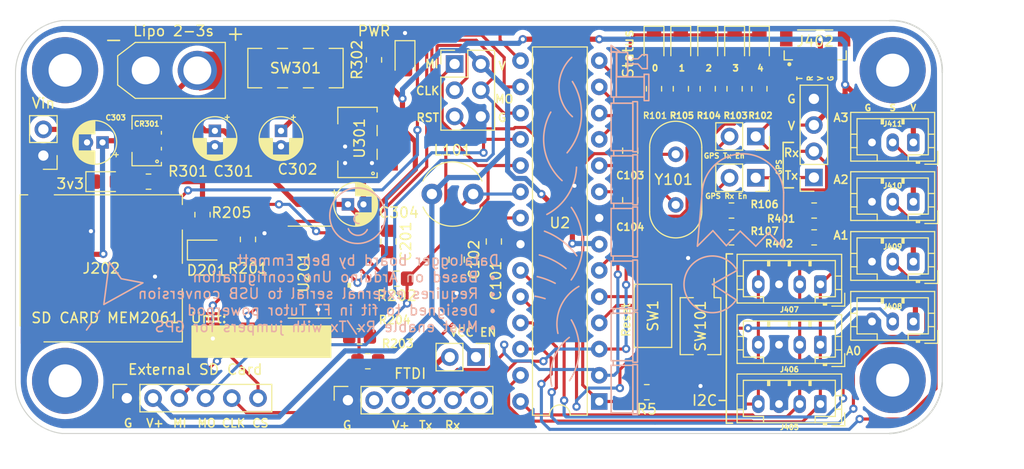
<source format=kicad_pcb>
(kicad_pcb (version 20211014) (generator pcbnew)
  (layers (0 "F.Cu" signal) (31 "B.Cu" signal) (34 "B.Paste" user) (35 "F.Paste" user) (36 "B.SilkS" user "B.Silkscreen") (37 "F.SilkS" user "F.Silkscreen") (38 "B.Mask" user) (39 "F.Mask" user) (44 "Edge.Cuts" user))
  (net 0 "")
  (net 1 "/Power Assembly/Battery+")
  (net 2 "GND")
  (net 3 "Net-(C101-Pad1)")
  (net 4 "Net-(C102-Pad1)")
  (net 5 "/MCU_OSC2")
  (net 6 "/MCU_OSC1")
  (net 7 "+3V3")
  (net 8 "VCC")
  (net 9 "Net-(D101-Pad2)")
  (net 10 "Net-(D102-Pad2)")
  (net 11 "Net-(D103-Pad2)")
  (net 12 "Net-(D104-Pad2)")
  (net 13 "Net-(D105-Pad2)")
  (net 14 "MCU_SD_CARD_DETECT_IN")
  (net 15 "Net-(D201-Pad2)")
  (net 16 "Net-(D301-Pad2)")
  (net 17 "Net-(D302-Pad2)")
  (net 18 "/FTDI_VCC")
  (net 20 "MCU_UART_RX")
  (net 21 "MCU_UART_TX")
  (net 23 "MCU_SPI_MISO")
  (net 24 "MCU_SPI_SCK")
  (net 25 "MCU_SPI_MOSI")
  (net 26 "/MCU_RESET")
  (net 27 "MCU_SPI_SS")
  (net 29 "/SD Card Assembly/SD_CARD_CS")
  (net 30 "/SD Card Assembly/SD_CARD_CMD")
  (net 31 "/SD Card Assembly/SD_CARD_CLK")
  (net 32 "Net-(J202-PadP7)")
  (net 34 "/Sensors Assembly/GPS_RX")
  (net 35 "/Sensors Assembly/GPS_TX")
  (net 36 "MCU_I2C_SCL")
  (net 37 "MCU_I2C_SDA")
  (net 38 "MCU_ANALOG_IN_0")
  (net 39 "MCU_ANALOG_IN_1")
  (net 40 "MCU_ANALOG_IN_2")
  (net 41 "MCU_ANALOG_IN_3")
  (net 42 "Net-(R101-Pad1)")
  (net 43 "Net-(R102-Pad1)")
  (net 44 "Net-(R103-Pad1)")
  (net 45 "Net-(R104-Pad1)")
  (net 46 "Net-(R105-Pad1)")
  (net 47 "/MCU_DIP_2")
  (net 48 "/MCU_DIP_1")
  (net 49 "Net-(R201-Pad2)")
  (net 50 "Net-(R202-Pad2)")
  (net 51 "Net-(R203-Pad2)")
  (net 52 "/SD Card Assembly/SD_CARD_DATA_OUT")
  (net 54 "/Power Assembly/5V Lin Reg In")
  (footprint "Connector_JST:JST_PH_B4B-PH-K_1x04_P2.00mm_Vertical" (layer "F.Cu") (at 173.4 85.55 180)
    (fp_text reference "J407")
    (fp_text value "I2C_DEVICE_03")
  )
  (footprint "LED_SMD:LED_0805_2012Metric_Pad1.15x1.40mm_HandSolder" (layer "F.Cu") (at 159.89 62.4 -90)
    (fp_text reference "D105" hide)
    (fp_text value "MCU_LED_3")
  )
  (footprint "Resistor_SMD:R_0805_2012Metric_Pad1.20x1.40mm_HandSolder" (layer "F.Cu") (at 167.5 66.6 90)
    (fp_text reference "R102")
    (fp_text value "220R")
  )
  (footprint "Resistor_SMD:R_0805_2012Metric_Pad1.20x1.40mm_HandSolder" (layer "F.Cu") (at 159.9 66.6 90)
    (fp_text reference "R105")
    (fp_text value "220R")
  )
  (footprint "Capacitor_THT:CP_Radial_D4.0mm_P1.50mm" (layer "F.Cu") (at 114.8 70.677401 -90)
    (fp_text reference "C301")
    (fp_text value "10uF")
  )
  (footprint "Connector_JST:JST_PH_B3B-PH-K_1x03_P2.00mm_Vertical" (layer "F.Cu") (at 182.4 71.8 180)
    (fp_text reference "J411")
    (fp_text value "ANALOG_IN_3")
  )
  (footprint "MountingHole:MountingHole_3.2mm_M3_Pad" (layer "F.Cu") (at 100.3 94.9)
    (fp_text reference "TH3" hide)
    (fp_text value "MountingHole_3.2mm_M3_Pad" hide)
  )
  (footprint "Resistor_SMD:R_0805_2012Metric_Pad1.20x1.40mm_HandSolder" (layer "F.Cu") (at 172.8 78.4)
    (fp_text reference "R401")
    (fp_text value "10K")
  )
  (footprint "LED_SMD:LED_0805_2012Metric_Pad1.15x1.40mm_HandSolder" (layer "F.Cu") (at 157.3 62.4 -90)
    (fp_text reference "D101" hide)
    (fp_text value "MCU_LED_4")
  )
  (footprint "Crystal:Crystal_HC18-U_Vertical" (layer "F.Cu") (at 159.4 72.95 -90)
    (fp_text reference "Y101")
    (fp_text value "16 MHz Crystal")
  )
  (footprint "Resistor_SMD:R_0805_2012Metric_Pad1.20x1.40mm_HandSolder" (layer "F.Cu") (at 130.2 63.8 90)
    (fp_text reference "R302")
    (fp_text value "220R")
  )
  (footprint "Resistor_SMD:R_0805_2012Metric_Pad1.20x1.40mm_HandSolder" (layer "F.Cu") (at 172.8 81)
    (fp_text reference "R402")
    (fp_text value "10K")
  )
  (footprint "Resistor_SMD:R_0805_2012Metric_Pad1.20x1.40mm_HandSolder" (layer "F.Cu") (at 132.4 85 180)
    (fp_text reference "R202")
    (fp_text value "3K3")
  )
  (footprint "LED_SMD:LED_0805_2012Metric_Pad1.15x1.40mm_HandSolder" (layer "F.Cu") (at 133.2 63.8 -90)
    (fp_text reference "D302" hide)
    (fp_text value "PWR LED")
  )
  (footprint "Connector_PinHeader_2.54mm:PinHeader_1x02_P2.54mm_Vertical" (layer "F.Cu") (at 98.1967 73.075 180)
    (fp_text reference "J301" hide)
    (fp_text value "Vin_CONNECTOR")
  )
  (footprint "Capacitor_SMD:C_0805_2012Metric_Pad1.18x1.45mm_HandSolder" (layer "F.Cu") (at 141.8 81.4 -90)
    (fp_text reference "C101")
    (fp_text value "100nF")
  )
  (footprint "Resistor_SMD:R_0805_2012Metric_Pad1.20x1.40mm_HandSolder" (layer "F.Cu") (at 128.8 90.6)
    (fp_text reference "R204")
    (fp_text value "3K3")
  )
  (footprint "Connector_PinSocket_2.54mm:PinSocket_1x02_P2.54mm_Vertical" (layer "F.Cu") (at 167.15 75.225 -90)
    (fp_text reference "J401" hide)
    (fp_text value "MCU_TX_GPS_JMP")
  )
  (footprint "Capacitor_THT:CP_Radial_D4.0mm_P1.50mm" (layer "F.Cu") (at 121.2 70.677401 -90)
    (fp_text reference "C302")
    (fp_text value "10uF")
  )
  (footprint "Connector_JST:JST_PH_B4B-PH-K_1x04_P2.00mm_Vertical" (layer "F.Cu") (at 173.4 91.4 180)
    (fp_text reference "J406")
    (fp_text value "I2C_DEVICE_02")
  )
  (footprint "LED_SMD:LED_0805_2012Metric_Pad1.15x1.40mm_HandSolder" (layer "F.Cu") (at 114 82.225)
    (fp_text reference "D201")
    (fp_text value "CARD DETECT LED")
  )
  (footprint "Connector_PinSocket_2.54mm:PinSocket_1x02_P2.54mm_Vertical" (layer "F.Cu") (at 167.15 71.225 -90)
    (fp_text reference "J404" hide)
    (fp_text value "MCU_RX_GPS_JMP")
  )
  (footprint "Connector:CONN_BM04B-SRSS-TB(LF)(SN)" (layer "F.Cu") (at 172.9 62.8)
    (fp_text reference "J402")
    (fp_text value "GPS_CONN_SMALL")
  )
  (footprint "Capacitor_THT:CP_Radial_D4.0mm_P1.50mm" (layer "F.Cu") (at 127.677401 77.8)
    (fp_text reference "C304")
    (fp_text value "22uF")
  )
  (footprint "SD:MEM2061" (layer "F.Cu") (at 103.8 84 -90)
    (fp_text reference "J202")
    (fp_text value "SD CARD MEM2061")
  )
  (footprint "Connector_PinSocket_2.54mm:PinSocket_1x06_P2.54mm_Vertical" (layer "F.Cu") (at 106.275 96.575 90)
    (fp_text reference "J201" hide)
    (fp_text value "SD_CARD_MODULE_PINS")
  )
  (footprint "Connector_JST:JST_PH_B4B-PH-K_1x04_P2.00mm_Vertical" (layer "F.Cu") (at 173.4 97.15 180)
    (fp_text reference "J405")
    (fp_text value "I2C_DEVICE_01")
  )
  (footprint "Capacitor_SMD:C_0805_2012Metric_Pad1.18x1.45mm_HandSolder" (layer "F.Cu") (at 138.2 83.1625 -90)
    (fp_text reference "C102")
    (fp_text value "100nF")
  )
  (footprint "Inductor_THT:L_Radial_D6.0mm_P4.00mm" (layer "F.Cu") (at 135.8 76.8)
    (fp_text reference "L101")
    (fp_text value "10uH")
  )
  (footprint "Resistor_SMD:R_0805_2012Metric_Pad1.20x1.40mm_HandSolder" (layer "F.Cu") (at 165.1 66.6 90)
    (fp_text reference "R103")
    (fp_text value "220R")
  )
  (footprint "Resistor_SMD:R_0805_2012Metric_Pad1.20x1.40mm_HandSolder" (layer "F.Cu") (at 162.5 66.6 90)
    (fp_text reference "R104")
    (fp_text value "220R")
  )
  (footprint "MountingHole:MountingHole_3.2mm_M3_Pad" (layer "F.Cu") (at 100.3 64.8 90)
    (fp_text reference "TH0" hide)
    (fp_text value "MountingHole_3.2mm_M3_Pad" hide)
  )
  (footprint "LED_SMD:LED_0805_2012Metric_Pad1.15x1.40mm_HandSolder" (layer "F.Cu") (at 165.1 62.4 -90)
    (fp_text reference "D103" hide)
    (fp_text value "MCU_LED_1")
  )
  (footprint "Capacitor_SMD:C_0805_2012Metric_Pad1.18x1.45mm_HandSolder" (layer "F.Cu") (at 155 77.4 90)
    (fp_text reference "C104")
    (fp_text value "12pF")
  )
  (footprint "Resistor_SMD:R_0805_2012Metric_Pad1.20x1.40mm_HandSolder" (layer "F.Cu") (at 118 81.2 -90)
    (fp_text reference "R201")
    (fp_text value "3K3")
  )
  (footprint "Connector_JST:JST_PH_B3B-PH-K_1x03_P2.00mm_Vertical" (layer "F.Cu") (at 182.4 89.15 180)
    (fp_text reference "J408")
    (fp_text value "ANALOG_IN_1")
  )
  (footprint "Resistor_SMD:R_0805_2012Metric_Pad1.20x1.40mm_HandSolder" (layer "F.Cu") (at 108.375 75.6 180)
    (fp_text reference "R301")
    (fp_text value "100R")
  )
  (footprint "Resistor_SMD:R_0805_2012Metric_Pad1.20x1.40mm_HandSolder" (layer "F.Cu") (at 164.8 78.4 180)
    (fp_text reference "R106")
    (fp_text value "10K")
  )
  (footprint "IC:MC74VHCT125ADR2G" (layer "F.Cu") (at 123.97325 84.36735)
    (fp_text reference "U201")
    (fp_text value "Buffer MC74VHCT125" hide)
  )
  (footprint "Connector_PinSocket_2.54mm:PinSocket_1x04_P2.54mm_Vertical" (layer "F.Cu") (at 172.775 75.2 180)
    (fp_text reference "J403" hide)
    (fp_text value "GPS_CONN_BIG")
  )
  (footprint "Button_Switch_SMD:SW_DIP_SPSTx02_Slide_Copal_CHS-02B_W7.62mm_P1.27mm" (layer "F.Cu") (at 161.8 89.6 -90)
    (fp_text reference "SW101")
    (fp_text value "MCU_DIP")
  )
  (footprint "Connector_PinSocket_2.54mm:PinSocket_1x06_P2.54mm_Vertical" (layer "F.Cu") (at 127.675 96.775 90)
    (fp_text reference "J2" hide)
    (fp_text value "FTDI_Serial")
  )
  (footprint "Capacitor_THT:CP_Radial_D4.0mm_P1.50mm" (layer "F.Cu") (at 103.9226 71.8 180)
    (fp_text reference "C303")
    (fp_text value "22uF")
  )
  (footprint "MountingHole:MountingHole_3.2mm_M3_Pad" (layer "F.Cu") (at 180.4 64.8)
    (fp_text reference "TH1" hide)
    (fp_text value "MountingHole_3.2mm_M3_Pad" hide)
  )
  (footprint "Button_Switch_SMD:SW_SPST_FSMSM" (layer "F.Cu") (at 157.2 88.6 90)
    (fp_text reference "SW1")
    (fp_text value "MCU_RESET_SWITCH")
  )
  (footprint "LED_SMD:LED_0805_2012Metric_Pad1.15x1.40mm_HandSolder" (layer "F.Cu") (at 104.175 75.6)
    (fp_text reference "D301" hide)
    (fp_text value "PWR LED 3v3")
  )
  (footprint "Resistor_SMD:R_0805_2012Metric_Pad1.20x1.40mm_HandSolder" (layer "F.Cu") (at 129.6 93 180)
    (fp_text reference "R203")
    (fp_text value "3K3")
  )
  (footprint "Connector_PinHeader_2.54mm:PinHeader_2x03_P2.54mm_Vertical" (layer "F.Cu") (at 138 64.2)
    (fp_text reference "J101" hide)
    (fp_text value "ICSP")
  )
  (footprint "Resistor_SMD:R_0805_2012Metric_Pad1.20x1.40mm_HandSolder" (layer "F.Cu") (at 156.6 96 180)
    (fp_text reference "R5")
    (fp_text value "10K")
  )
  (footprint "Capacitor_SMD:C_0805_2012Metric_Pad1.18x1.45mm_HandSolder" (layer "F.Cu") (at 131.6 81.4 -90)
    (fp_text reference "C201")
    (fp_text value "100nF")
  )
  (footprint "LED_SMD:LED_0805_2012Metric_Pad1.15x1.40mm_HandSolder" (layer "F.Cu") (at 162.5 62.4 -90)
    (fp_text reference "D104" hide)
    (fp_text value "MCU_LED_2")
  )
  (footprint "Package_DIP:DIP-28_W7.62mm" (layer "F.Cu") (at 152 96.9 180)
    (fp_text reference "U2")
    (fp_text value "ATmega328-P")
  )
  (footprint "Button_Switch_SMD:SW_DPDT_MSS22D18_6pin_bje" (layer "F.Cu") (at 122.6 64.6 180)
    (fp_text reference "SW301")
    (fp_text value "PWR_SW")
  )
  (footprint "IC:AZ1117CH-5.0TRG1" (layer "F.Cu") (at 128.6 71.8 90)
    (fp_text reference "U301")
    (fp_text value "AZ1117CH-5.0TRG1" hide)
  )
  (footprint "Connector_PinHeader_2.54mm:PinHeader_1x02_P2.54mm_Vertical" (layer "F.Cu") (at 140.075 92.6 -90)
    (fp_text reference "J1" hide)
    (fp_text value "FTDI_VCC_EN")
  )
  (footprint "Connector_AMASS:AMASS_XT30U-M_1x02_P5.0mm_Vertical" (layer "F.Cu") (at 108.1 64.822599)
    (fp_text reference "BT301" hide)
    (fp_text value "Lipo 2S")
  )
  (footprint "Resistor_SMD:R_0805_2012Metric_Pad1.20x1.40mm_HandSolder" (layer "F.Cu") (at 113.6 78.8 -90)
    (fp_text reference "R205")
    (fp_text value "220R")
  )
  (footprint "Resistor_SMD:R_0805_2012Metric_Pad1.20x1.40mm_HandSolder" (layer "F.Cu") (at 164.8 81 180)
    (fp_text reference "R107")
    (fp_text value "10K")
  )
  (footprint "Resistor_SMD:R_0805_2012Metric_Pad1.20x1.40mm_HandSolder" (layer "F.Cu") (at 157.3 66.6 90)
    (fp_text reference "R101")
    (fp_text value "220R")
  )
  (footprint "Connector_JST:JST_PH_B3B-PH-K_1x03_P2.00mm_Vertical" (layer "F.Cu") (at 182.4 77.55 180)
    (fp_text reference "J410")
    (fp_text value "ANALOG_IN_2")
  )
  (footprint "LED_SMD:LED_0805_2012Metric_Pad1.15x1.40mm_HandSolder" (layer "F.Cu") (at 167.5 62.4 -90)
    (fp_text reference "D102" hide)
    (fp_text value "MCU_LED_0")
  )
  (footprint "IC:AZ1117CR-3.3TRG1" (layer "F.Cu") (at 108.2 71.635 90)
    (fp_text reference "CR301")
    (fp_text value "AZ1117CR-3.3TRG1" hide)
  )
  (footprint "" (layer "F.Cu") (at 180.4 94.825)
    (fp_text reference "TH2" hide)
    (fp_text value "")
  )
  (footprint "Connector_JST:JST_PH_B3B-PH-K_1x03_P2.00mm_Vertical" (layer "F.Cu") (at 182.4 83.35 180)
    (fp_text reference "J409")
    (fp_text value "ANALOG_IN_2")
  )
  (footprint "Capacitor_SMD:C_0805_2012Metric_Pad1.18x1.45mm_HandSolder" (layer "F.Cu") (at 155 72.6 -90)
    (fp_text reference "C103")
    (fp_text value "12pF")
  )
  (gr_arc (start 149.4 69.3) (mid 148.105372 66.443319) (end 149.33614 63.558549) (layer "B.SilkS") (width 0.15))
  (gr_rect (start 153.15 93.4) (end 155.25 98) (layer "B.SilkS") (width 0.15) (fill none))
  (gr_rect (start 153.15 78.2) (end 155.25 82.8) (layer "B.SilkS") (width 0.15) (fill none))
  (gr_line (start 153.4 67.4) (end 153.4 68) (layer "B.SilkS") (width 0.15))
  (gr_rect (start 155.25 93.325) (end 155.7 98.175) (layer "B.SilkS") (width 0.15) (fill none))
  (gr_line (start 168.4 80.55) (end 169.8 82) (layer "B.SilkS") (width 0.15))
  (gr_rect (start 153.65 67.4) (end 156.35 65.45) (layer "B.SilkS") (width 0.15) (fill none))
  (gr_line (start 153.35 87.9) (end 153.35 88.35) (layer "B.SilkS") (width 0.15))
  (gr_arc (start 148.4 75.5) (mid 146.689704 72.372213) (end 147.309661 68.861684) (layer "B.SilkS") (width 0.15))
  (gr_arc (start 147.400001 95.4) (mid 147.572763 92.800137) (end 149.101893 90.690423) (layer "B.SilkS") (width 0.15))
  (gr_line (start 162.95 85.55) (end 165.340484 84.198857) (layer "B.SilkS") (width 0.15))
  (gr_line (start 153.4 77.7) (end 153.4 78.2) (layer "B.SilkS") (width 0.15))
  (gr_rect (start 153.15 68) (end 155.25 72.6) (layer "B.SilkS") (width 0.15) (fill none))
  (gr_line (start 161.950001 76.75) (end 161.5 81.85) (layer "B.SilkS") (width 0.15))
  (gr_arc (start 146.7 80.400001) (mid 148.438668 81.360201) (end 149.827875 82.779728) (layer "B.SilkS") (width 0.15))
  (gr_line (start 153.4 72.6) (end 153.4 73.1) (layer "B.SilkS") (width 0.15))
  (gr_line (start 161.5 81.85) (end 163 80.35) (layer "B.SilkS") (width 0.15))
  (gr_circle (center 128.607418 78.9) (end 130.907418 77.5) (layer "B.SilkS") (width 0.15) (fill none))
  (gr_rect (start 155.25 88.25) (end 155.7 93.1) (layer "B.SilkS") (width 0.15) (fill none))
  (gr_poly (pts (xy 154.05 63.05) (xy 153.15 63) (xy 153.15 62.4)) (layer "B.SilkS") (width 0.15) (fill none))
  (gr_rect (start 153.7 65.425) (end 154.75 63.075) (layer "B.SilkS") (width 0.15) (fill none))
  (gr_arc (start 165.25 87.05) (mid 160.205476 85.4629) (end 165.340484 84.198857) (layer "B.SilkS") (width 0.15))
  (gr_arc (start 149.299999 89) (mid 150.054482 91.966485) (end 149.123684 94.882456) (layer "B.SilkS") (width 0.15))
  (gr_line (start 163 80.35) (end 164.3 81.8) (layer "B.SilkS") (width 0.15))
  (gr_line (start 153.35 82.8) (end 153.35 83.3) (layer "B.SilkS") (width 0.15))
  (gr_arc (start 149.299999 78.1) (mid 150.403265 81.612014) (end 149.286181 85.119657) (layer "B.SilkS") (width 0.15))
  (gr_line (start 165.65 80.4) (end 167.15 81.85) (layer "B.SilkS") (width 0.15))
  (gr_line (start 164.3 81.8) (end 165.65 80.4) (layer "B.SilkS") (width 0.15))
  (gr_line (start 167.15 81.85) (end 168.4 80.55) (layer "B.SilkS") (width 0.15))
  (gr_arc (start 149.4 65.9) (mid 150.266875 69.435636) (end 148.887319 72.804466) (layer "B.SilkS") (width 0.15))
  (gr_line (start 102.825 89.325) (end 102.375 89.975) (layer "B.SilkS") (width 0.15))
  (gr_line (start 169.8 82) (end 169.84621 76.650192) (layer "B.SilkS") (width 0.15))
  (gr_rect (start 153.15 73.1) (end 155.25 77.7) (layer "B.SilkS") (width 0.15) (fill none))
  (gr_poly (pts (xy 156.65 64.65) (xy 156.15 64.65) (xy 155.75 64.2) (xy 154.75 64.2) (xy 154.75 63.7) (xy 155.75 63.7) (xy 156.15 63.3) (xy 156.65 63.3)) (layer "B.SilkS") (width 0.15) (fill none))
  (gr_rect (start 155.25 73) (end 155.7 77.85) (layer "B.SilkS") (width 0.15) (fill none))
  (gr_arc (start 129.549999 80.25) (mid 128.604403 80.805196) (end 127.712956 80.16667) (layer "B.SilkS") (width 0.15))
  (gr_arc (start 161.950001 76.75) (mid 165.85006 72.899051) (end 169.84621 76.650192) (layer "B.SilkS") (width 0.15))
  (gr_rect (start 155.25 67.85) (end 155.7 72.7) (layer "B.SilkS") (width 0.15) (fill none))
  (gr_arc (start 146 84.800001) (mid 146.888764 85.069756) (end 147.736723 85.448746) (layer "B.SilkS") (width 0.15))
  (gr_line (start 153.35 92.95) (end 153.35 93.4) (layer "B.SilkS") (width 0.15))
  (gr_line (start 103.65 88.1) (end 103.25 88.7) (layer "B.SilkS") (width 0.15))
  (gr_poly (pts (xy 104.582563 83.405856) (xy 105.732563 85.005856) (xy 107.832563 85.405856) (xy 104.05 87.5)) (layer "B.SilkS") (width 0.15) (fill none))
  (gr_arc (start 148 90.3) (mid 148.265505 87.69218) (end 150.026337 85.750354) (layer "B.SilkS") (width 0.15))
  (gr_line (start 162.95 85.55) (end 165.25 87.05) (layer "B.SilkS") (width 0.15))
  (gr_rect (start 155.25 83.2) (end 155.7 88.05) (layer "B.SilkS") (width 0.15) (fill none))
  (gr_arc (start 146.2 82.700001) (mid 147.560997 83.224396) (end 148.78228 84.021747) (layer "B.SilkS") (width 0.15))
  (gr_rect (start 153.15 88.35) (end 155.25 92.95) (layer "B.SilkS") (width 0.15) (fill none))
  (gr_arc (start 145.8 86.700001) (mid 146.282098 86.803442) (end 146.756725 86.937036) (layer "B.SilkS") (width 0.15))
  (gr_rect (start 156.35 67.75) (end 156.8 65.2) (layer "B.SilkS") (width 0.15) (fill none))
  (gr_arc (start 149.8 74.2) (mid 148.976998 76.872472) (end 146.928326 78.775727) (layer "B.SilkS") (width 0.15))
  (gr_arc (start 128.75 79.65) (mid 128.267185 79.291256) (end 128.607492 78.787461) (layer "B.SilkS") (width 0.15))
  (gr_rect (start 153.15 83.3) (end 155.25 87.9) (layer "B.SilkS") (width 0.15) (fill none))
  (gr_rect (start 153.15 63.05) (end 153.65 67.4) (layer "B.SilkS") (width 0.15) (fill none))
  (gr_rect (start 155.25 78.05) (end 155.7 82.9) (layer "B.SilkS") (width 0.15) (fill none))
  (gr_line (start 169.8 76.2) (end 169.8 71.8) (layer "F.SilkS") (width 0.15))
  (gr_line (start 164.3 99) (end 164.9 99) (layer "F.SilkS") (width 0.15))
  (gr_line (start 164.9 82.6) (end 164.3 82.6) (layer "F.SilkS") (width 0.15))
  (gr_line (start 164.2 96.8) (end 163.6 96.8) (layer "F.SilkS") (width 0.15))
  (gr_line (start 170.8 76.2) (end 169.8 76.2) (layer "F.SilkS") (width 0.15))
  (gr_line (start 169.8 71.8) (end 170.8 71.8) (layer "F.SilkS") (width 0.15))
  (gr_line (start 164.3 82.6) (end 164.3 99) (layer "F.SilkS") (width 0.15))
  (gr_poly (pts (xy 126 92.6) (xy 112.6 92.6) (xy 112.6 89.6) (xy 126 89.6)) (layer "F.SilkS") (width 0.15) (fill solid))
  (gr_arc (start 100 100) (mid 96.842847 98.383099) (end 95.5 95.1) (layer "Edge.Cuts") (width 0.1))
  (gr_arc (start 185.2 95.1) (mid 183.578001 98.515879) (end 180.1 100) (layer "Edge.Cuts") (width 0.15))
  (gr_line (start 180.1 100) (end 100 100) (layer "Edge.Cuts") (width 0.1))
  (gr_line (start 100 60) (end 180.1 60) (layer "Edge.Cuts") (width 0.1))
  (gr_line (start 95.5 95.1) (end 95.5 65) (layer "Edge.Cuts") (width 0.1))
  (gr_line (start 185.2 65) (end 185.2 95.1) (layer "Edge.Cuts") (width 0.1))
  (gr_arc (start 180.1 60) (mid 183.730998 61.397381) (end 185.2 65) (layer "Edge.Cuts") (width 0.15))
  (gr_arc (start 95.5 65) (mid 96.801941 61.646747) (end 100 60) (layer "Edge.Cuts") (width 0.1))
  (gr_text "Datalogger board by Ben Emmett\n• Based on Arduino Uno configuration\n• Requires external serial to USB conversion\n• Designed to fit in FT Tutor powerpod\n• Must enable Rx/Tx with jumpers for GPS\n" (at 142.4 86.45) (layer "B.SilkS") (effects (font (size 1 1)) (justify left mirror)))
  (gr_text "G" (at 127.6 99.2) (layer "F.SilkS") (effects (font (size 0.8 0.8))))
  (gr_text "3v3\n" (at 100.8 75.8) (layer "F.SilkS") (effects (font (size 1 1))))
  (gr_text "External SD Card\n" (at 112.9 93.8) (layer "F.SilkS") (effects (font (size 1 1))))
  (gr_text "G" (at 174.4 65.6 90) (layer "F.SilkS") (effects (font (size 0.5 0.5) (thickness 0.125))))
  (gr_text "1" (at 160 64.6) (layer "F.SilkS") (effects (font (size 0.6 0.6))))
  (gr_text "R" (at 172.4 65.6 90) (layer "F.SilkS") (effects (font (size 0.5 0.5) (thickness 0.125))))
  (gr_text "2" (at 162.6 64.6) (layer "F.SilkS") (effects (font (size 0.6 0.6))))
  (gr_text "4" (at 167.6 64.6) (layer "F.SilkS") (effects (font (size 0.6 0.6))))
  (gr_text "Unit:" (at 114.2 88.8) (layer "F.SilkS") (effects (font (size 1 1))))
  (gr_text "Reset\n" (at 154.6 89 90) (layer "F.SilkS") (effects (font (size 0.8 0.8))))
  (gr_text "RST" (at 135.4 69.4) (layer "F.SilkS") (effects (font (size 0.8 0.8))))
  (gr_text "VCC EN" (at 139.8 90.2) (layer "F.SilkS") (effects (font (size 0.8 0.8))))
  (gr_text "Lipo 2-3s" (at 110.8 61) (layer "F.SilkS") (effects (font (size 1 1))))
  (gr_text "PWR\n" (at 130.2 61) (layer "F.SilkS") (effects (font (size 1 1))))
  (gr_text "CLK" (at 135.4 66.8) (layer "F.SilkS") (effects (font (size 0.8 0.8))))
  (gr_text "V\n" (at 142.6 64.4) (layer "F.SilkS") (effects (font (size 0.8 0.8))))
  (gr_text "V\n" (at 173.4 65.6 90) (layer "F.SilkS") (effects (font (size 0.5 0.5) (thickness 0.125))))
  (gr_text "A0	" (at 177.4 92) (layer "F.SilkS") (effects (font (size 0.8 0.8))))
  (gr_text "Tx\n" (at 170.6 75) (layer "F.SilkS") (effects (font (size 0.8 0.8))))
  (gr_text "3" (at 165.2 64.6) (layer "F.SilkS") (effects (font (size 0.6 0.6))))
  (gr_text "CS" (at 119.2 99) (layer "F.SilkS") (effects (font (size 0.8 0.8))))
  (gr_text "MO\n" (at 142.8 67.6) (layer "F.SilkS") (effects (font (size 0.8 0.8))))
  (gr_text "A2" (at 175.4 75.4) (layer "F.SilkS") (effects (font (size 0.8 0.8))))
  (gr_text "A3" (at 175.4 69.4) (layer "F.SilkS") (effects (font (size 0.8 0.8))))
  (gr_text "Rx" (at 170.6 72.8) (layer "F.SilkS") (effects (font (size 0.8 0.8))))
  (gr_text "T" (at 171.4 65.6 90) (layer "F.SilkS") (effects (font (size 0.5 0.5) (thickness 0.125))))
  (gr_text "V+" (at 132.8 99.2) (layer "F.SilkS") (effects (font (size 0.8 0.8))))
  (gr_text "GPS" (at 169.4 74.2 90) (layer "F.SilkS") (effects (font (size 0.5 0.5) (thickness 0.125))))
  (gr_text "V+" (at 109 99) (layer "F.SilkS") (effects (font (size 0.8 0.8))))
  (gr_text "FTDI" (at 133.7 94.2) (layer "F.SilkS") (effects (font (size 1 1))))
  (gr_text "Rx" (at 137.8 99.2) (layer "F.SilkS") (effects (font (size 0.8 0.8))))
  (gr_text "Status" (at 154.8 63.2 90) (layer "F.SilkS") (effects (font (size 1 1))))
  (gr_text "MO\n" (at 114 99) (layer "F.SilkS") (effects (font (size 0.8 0.8))))
  (gr_text "Tx\n" (at 135.2 99.2) (layer "F.SilkS") (effects (font (size 0.8 0.8))))
  (gr_text "GPS Tx En" (at 164.1 73.1) (layer "F.SilkS") (effects (font (size 0.5 0.5) (thickness 0.125))))
  (gr_text "S" (at 180.4 68.45) (layer "F.SilkS") (effects (font (size 0.6 0.6))))
  (gr_text "G" (at 178 68.45) (layer "F.SilkS") (effects (font (size 0.6 0.6))))
  (gr_text "I2C" (at 162.2 96.8) (layer "F.SilkS") (effects (font (size 1 1))))
  (gr_text "V\n" (at 170.6 70.2) (layer "F.SilkS") (effects (font (size 0.8 0.8))))
  (gr_text "G\n" (at 170.6 67.6) (layer "F.SilkS") (effects (font (size 0.8 0.8))))
  (gr_text "A1" (at 175.4 80.8) (layer "F.SilkS") (effects (font (size 0.8 0.8))))
  (gr_text "MI" (at 111.4 99) (layer "F.SilkS") (effects (font (size 0.8 0.8))))
  (gr_text "G" (at 106.4 99) (layer "F.SilkS") (effects (font (size 0.8 0.8))))
  (gr_text "CLK" (at 116.6 99) (layer "F.SilkS") (effects (font (size 0.8 0.8))))
  (gr_text "V\n" (at 182.4 68.45) (layer "F.SilkS") (effects (font (size 0.6 0.6))))
  (gr_text "G" (at 142.6 69.4) (layer "F.SilkS") (effects (font (size 0.8 0.8))))
  (gr_text "0" (at 157.4 64.6) (layer "F.SilkS") (effects (font (size 0.6 0.6))))
  (gr_text "GPS Rx En" (at 164.3 77) (layer "F.SilkS") (effects (font (size 0.5 0.5) (thickness 0.125))))
  (gr_text "Vin" (at 98.2 68) (layer "F.SilkS") (effects (font (size 1 1))))
  (gr_text "MI" (at 135.8 64.2) (layer "F.SilkS") (effects (font (size 0.8 0.8))))
  (segment (start 100.465 70.535) (end 102.6 68.4) (width 0.5) (layer "F.Cu") (net 1))
  (segment (start 110.8 67.122599) (end 113.1 64.822599) (width 0.5) (layer "F.Cu") (net 1))
  (segment (start 98.1967 70.535) (end 100.465 70.535) (width 0.5) (layer "F.Cu") (net 1))
  (segment (start 122.6 67.6) (end 122.6 69.277401) (width 0.5) (layer "F.Cu") (net 1))
  (segment (start 122.6 69.277401) (end 121.2 70.677401) (width 0.5) (layer "F.Cu") (net 1))
  (segment (start 110.8 68.4) (end 110.8 67.122599) (width 0.5) (layer "F.Cu") (net 1))
  (segment (start 102.6 68.4) (end 110.8 68.4) (width 0.5) (layer "F.Cu") (net 1))
  (segment (start 161.61 93.41) (end 162.435 93.41) (width 0.3) (layer "F.Cu") (net 2))
  (segment (start 133.2 62.775) (end 133.2 61.2) (width 0.5) (layer "F.Cu") (net 2))
  (segment (start 161.165 93.41) (end 161.61 93.41) (width 0.3) (layer "F.Cu") (net 2))
  (segment (start 100.4 72) (end 100.6 71.8) (width 0.5) (layer "F.Cu") (net 2))
  (segment (start 161.61 93.41) (end 161.8 93.6) (width 0.3) (layer "F.Cu") (net 2))
  (segment (start 142.5775 81.66) (end 141.8 82.4375) (width 0.3) (layer "F.Cu") (net 2))
  (segment (start 121.2 72.177401) (end 125.197599 72.177401) (width 0.5) (layer "F.Cu") (net 2))
  (segment (start 125.197599 72.177401) (end 125.575 71.8) (width 0.5) (layer "F.Cu") (net 2))
  (segment (start 114.8 72.177401) (end 113.822599 72.177401) (width 0.5) (layer "F.Cu") (net 2))
  (segment (start 144.38 81.66) (end 142.5775 81.66) (width 0.3) (layer "F.Cu") (net 2))
  (segment (start 121.270952 84.36735) (end 121.751151 84.36735) (width 0.3) (layer "F.Cu") (net 2))
  (segment (start 161.8 93.6) (end 161.8 95.4) (width 0.3) (layer "F.Cu") (net 2))
  (segment (start 159.89 61.375) (end 162.5 61.375) (width 0.3) (layer "F.Cu") (net 2))
  (segment (start 157.3 61.375) (end 159.89 61.375) (width 0.3) (layer "F.Cu") (net 2))
  (segment (start 97.971599 77.45) (end 97.971599 73.300101) (width 0.5) (layer "F.Cu") (net 2))
  (segment (start 165.1 61.375) (end 167.5 61.375) (width 0.3) (layer "F.Cu") (net 2))
  (segment (start 124.291151 81.82735) (end 123.021151 80.55735) (width 0.3) (layer "F.Cu") (net 2))
  (segment (start 154.3175 79.12) (end 155 78.4375) (width 0.3) (layer "F.Cu") (net 2))
  (segment (start 152 79.12) (end 154.3175 79.12) (width 0.3) (layer "F.Cu") (net 2))
  (segment (start 102.76 80.44) (end 102.8 80.4) (width 0.3) (layer "F.Cu") (net 2))
  (segment (start 106.275 95.225) (end 106.275 96.575) (width 0.5) (layer "F.Cu") (net 2))
  (segment (start 149.6 76) (end 149.6 76.72) (width 0.5) (layer "F.Cu") (net 2))
  (segment (start 123.021151 80.55735) (end 121.270952 80.55735) (width 0.3) (layer "F.Cu") (net 2))
  (segment (start 96.971599 90.600002) (end 101.650002 90.600002) (width 0.5) (layer "F.Cu") (net 2))
  (segment (start 126.675548 85.63735) (end 126.195349 85.63735) (width 0.3) (layer "F.Cu") (net 2))
  (segment (start 159 83) (end 160.6 83) (width 0.3) (layer "F.Cu") (net 2))
  (segment (start 121.270952 80.55735) (end 119.64265 80.55735) (width 0.3) (layer "F.Cu") (net 2))
  (segment (start 109.049999 84.750001) (end 109 84.8) (width 0.5) (layer "F.Cu") (net 2))
  (segment (start 129.177401 74.022599) (end 129.2 74) (width 0.5) (layer "F.Cu") (net 2))
  (segment (start 119.64265 80.55735) (end 119.6 80.6) (width 0.3) (layer "F.Cu") (net 2))
  (segment (start 113.822599 72.177401) (end 112.865 73.135) (width 0.5) (layer "F.Cu") (net 2))
  (segment (start 157.2 84.01) (end 158.21 83) (width 0.3) (layer "F.Cu") (net 2))
  (segment (start 97.971599 73.300101) (end 98.1967 73.075) (width 0.5) (layer "F.Cu") (net 2))
  (segment (start 124.291151 81.82735) (end 126.675548 81.82735) (width 0.3) (layer "F.Cu") (net 2))
  (segment (start 124.8 87.8) (end 124.8 88) (width 0.3) (layer "F.Cu") (net 2))
  (segment (start 162.5 61.375) (end 165.1 61.375) (width 0.3) (layer "F.Cu") (net 2))
  (segment (start 101.650002 90.600002) (end 106.275 95.225) (width 0.5) (layer "F.Cu") (net 2))
  (segment (start 149.6 76.72) (end 152 79.12) (width 0.5) (layer "F.Cu") (net 2))
  (segment (start 129.177401 77.8) (end 129.177401 74.022599) (width 0.5) (layer "F.Cu") (net 2))
  (segment (start 174.4 65.955) (end 172.775 67.58) (width 0.3) (layer "F.Cu") (net 2))
  (segment (start 123.655349 88.17735) (end 121.270952 88.17735) (width 0.3) (layer "F.Cu") (net 2))
  (segment (start 138.2 84.2) (end 138.2 86.4) (width 0.3) (layer "F.Cu") (net 2))
  (segment (start 111.121601 84.750001) (end 109.049999 84.750001) (width 0.5) (layer "F.Cu") (net 2))
  (segment (start 158.21 83) (end 159 83) (width 0.3) (layer "F.Cu") (net 2))
  (segment (start 99.2717 72) (end 100.4 72) (width 0.5) (layer "F.Cu") (net 2))
  (segment (start 100.371599 80.44) (end 102.76 80.44) (width 0.3) (layer "F.Cu") (net 2))
  (segment (start 103.15 75.6) (end 102.4226 74.8726) (width 0.3) (layer "F.Cu") (net 2))
  (segment (start 149.6 74.8) (end 149.6 76) (width 0.3) (layer "F.Cu") (net 2))
  (segment (start 155 61.8) (end 155 63.6) (width 0.3) (layer "F.Cu") (net 2))
  (segment (start 124.41635 87.41635) (end 123.655349 88.17735) (width 0.3) (layer "F.Cu") (net 2))
  (segment (start 112.865 73.135) (end 110.1923 73.135) (width 0.5) (layer "F.Cu") (net 2))
  (segment (start 126.675548 81.82735) (end 130.98985 81.82735) (width 0.3) (layer "F.Cu") (net 2))
  (segment (start 155.425 61.375) (end 155 61.8) (width 0.3) (layer "F.Cu") (net 2))
  (segment (start 124.41635 87.41635) (end 124.8 87.8) (width 0.3) (layer "F.Cu") (net 2))
  (segment (start 100.6 71.8) (end 102.4226 71.8) (width 0.5) (layer "F.Cu") (net 2))
  (segment (start 98.1967 73.075) (end 99.2717 72) (width 0.5) (layer "F.Cu") (net 2))
  (segment (start 102.4226 74.8726) (end 102.4226 71.8) (width 0.3) (layer "F.Cu") (net 2))
  (segment (start 174.4 64.125) (end 174.4 65.955) (width 0.3) (layer "F.Cu") (net 2))
  (segment (start 121.751151 84.36735) (end 124.291151 81.82735) (width 0.3) (layer "F.Cu") (net 2))
  (segment (start 155 71.5625) (end 153.672011 72.890489) (width 0.3) (layer "F.Cu") (net 2))
  (segment (start 157.3 61.375) (end 155.425 61.375) (width 0.3) (layer "F.Cu") (net 2))
  (segment (start 153.672011 72.890489) (end 151.509511 72.890489) (width 0.3) (layer "F.Cu") (net 2))
  (segment (start 130.98985 81.82735) (end 131.6 82.4375) (width 0.3) (layer "F.Cu") (net 2))
  (segment (start 126.195349 85.63735) (end 124.41635 87.41635) (width 0.3) (layer "F.Cu") (net 2))
  (segment (start 151.509511 72.890489) (end 149.6 74.8) (width 0.3) (layer "F.Cu") (net 2))
  (via (at 127.4 72.2) (size 0.8) (drill 0.4) (layers "F.Cu" "B.Cu") (net 2))
  (via (at 109 84.8) (size 0.8) (drill 0.4) (layers "F.Cu" "B.Cu") (net 2))
  (via (at 133.2 61.2) (size 0.8) (drill 0.4) (layers "F.Cu" "B.Cu") (net 2))
  (via (at 138.2 86.4) (size 0.8) (drill 0.4) (layers "F.Cu" "B.Cu") (net 2))
  (via (at 161.8 95.4) (size 0.8) (drill 0.4) (layers "F.Cu" "B.Cu") (net 2))
  (via (at 149.6 76) (size 0.8) (drill 0.4) (layers "F.Cu" "B.Cu") (net 2))
  (via (at 119.6 80.6) (size 0.8) (drill 0.4) (layers "F.Cu" "B.Cu") (net 2))
  (via (at 155 63.6) (size 0.8) (drill 0.4) (layers "F.Cu" "B.Cu") (net 2))
  (via (at 124.8 88) (size 0.8) (drill 0.4) (layers "F.Cu" "B.Cu") (net 2))
  (via (at 130 73.8) (size 0.8) (drill 0.4) (layers "F.Cu" "B.Cu") (net 2))
  (via (at 160.6 83) (size 0.8) (drill 0.4) (layers "F.Cu" "B.Cu") (net 2))
  (via (at 102.8 80.4) (size 0.8) (drill 0.4) (layers "F.Cu" "B.Cu") (net 2))
  (via (at 127.4 73.8) (size 0.8) (drill 0.4) (layers "F.Cu" "B.Cu") (net 2))
  (segment (start 143.0425 79.12) (end 144.38 79.12) (width 0.3) (layer "F.Cu") (net 3))
  (segment (start 141.8 80.3625) (end 143.0425 79.12) (width 0.3) (layer "F.Cu") (net 3))
  (segment (start 138.2 78.4) (end 139.8 76.8) (width 0.3) (layer "F.Cu") (net 4))
  (segment (start 138.2 82.125) (end 138.2 78.4) (width 0.3) (layer "F.Cu") (net 4))
  (segment (start 139.8 76.8) (end 144.16 76.8) (width 0.3) (layer "B.Cu") (net 4))
  (segment (start 144.16 76.8) (end 144.38 76.58) (width 0.3) (layer "B.Cu") (net 4))
  (segment (start 154.5975 74.04) (end 155 73.6375) (width 0.3) (layer "F.Cu") (net 5))
  (segment (start 155.6875 72.95) (end 159.4 72.95) (width 0.3) (layer "F.Cu") (net 5))
  (segment (start 152 74.04) (end 154.5975 74.04) (width 0.3) (layer "F.Cu") (net 5))
  (segment (start 155 73.6375) (end 155.6875 72.95) (width 0.3) (layer "F.Cu") (net 5))
  (segment (start 154.7825 76.58) (end 155 76.3625) (width 0.3) (layer "F.Cu") (net 6))
  (segment (start 152 76.58) (end 154.7825 76.58) (width 0.3) (layer "F.Cu") (net 6))
  (segment (start 155 76.3625) (end 157.9125 76.3625) (width 0.3) (layer "F.Cu") (net 6))
  (segment (start 157.9125 76.3625) (end 159.4 77.85) (width 0.3) (layer "F.Cu") (net 6))
  (segment (start 100.371599 82.64) (end 103.96 82.64) (width 0.5) (layer "F.Cu") (net 7))
  (segment (start 131.40515 80.55735) (end 126.675548 80.55735) (width 0.3) (layer "F.Cu") (net 7))
  (segment (start 126.675548 80.55735) (end 124.75735 80.55735) (width 0.3) (layer "F.Cu") (net 7))
  (segment (start 131.6 80.3625) (end 131.40515 80.55735) (width 0.3) (layer "F.Cu") (net 7))
  (segment (start 108.4 73.2) (end 108.4 74.625) (width 0.5) (layer "F.Cu") (net 7))
  (segment (start 103.96 82.64) (end 104 82.6) (width 0.5) (layer "F.Cu") (net 7))
  (segment (start 109.375 75.6) (end 113.6 75.6) (width 0.5) (layer "F.Cu") (net 7))
  (segment (start 108.4 74.625) (end 109.375 75.6) (width 0.5) (layer "F.Cu") (net 7))
  (segment (start 109.965 71.635) (end 108.4 73.2) (width 0.5) (layer "F.Cu") (net 7))
  (segment (start 110.1923 71.635) (end 109.965 71.635) (width 0.5) (layer "F.Cu") (net 7))
  (segment (start 124.75735 80.55735) (end 124.6 80.4) (width 0.3) (layer "F.Cu") (net 7))
  (segment (start 104.0876 71.635) (end 103.9226 71.8) (width 0.5) (layer "F.Cu") (net 7))
  (segment (start 110.1923 71.635) (end 104.0876 71.635) (width 0.5) (layer "F.Cu") (net 7))
  (segment (start 121 77.8) (end 113.6 77.8) (width 0.3) (layer "F.Cu") (net 7))
  (segment (start 113.6 75.6) (end 113.6 77.8) (width 0.5) (layer "F.Cu") (net 7))
  (via (at 124.6 80.4) (size 0.8) (drill 0.4) (layers "F.Cu" "B.Cu") (net 7))
  (via (at 104 82.6) (size 0.8) (drill 0.4) (layers "F.Cu" "B.Cu") (net 7))
  (via (at 121 77.8) (size 0.8) (drill 0.4) (layers "F.Cu" "B.Cu") (net 7))
  (segment (start 104 82.6) (end 103.9226 82.5226) (width 0.5) (layer "B.Cu") (net 7))
  (segment (start 124.6 80.4) (end 122 77.8) (width 0.3) (layer "B.Cu") (net 7))
  (segment (start 103.9226 82.5226) (end 103.9226 71.8) (width 0.5) (layer "B.Cu") (net 7))
  (segment (start 122 77.8) (end 121 77.8) (width 0.3) (layer "B.Cu") (net 7))
  (segment (start 127.677401 77.8) (end 128.726912 78.849511) (width 0.5) (layer "F.Cu") (net 8))
  (segment (start 165.8 81) (end 165.8 78.4) (width 0.3) (layer "F.Cu") (net 8))
  (segment (start 175.8 77.2) (end 175.8 78) (width 0.5) (layer "F.Cu") (net 8))
  (segment (start 132.955111 67.555111) (end 130.2 64.8) (width 0.5) (layer "F.Cu") (net 8))
  (segment (start 158.75 97.15) (end 167.4 97.15) (width 0.3) (layer "F.Cu") (net 8))
  (segment (start 165.8 78.4) (end 171.8 78.4) (width 0.3) (layer "F.Cu") (net 8))
  (segment (start 113.335 70.135) (end 110.1923 70.135) (width 0.5) (layer "F.Cu") (net 8))
  (segment (start 172.258634 66.4) (end 171 66.4) (width 0.3) (layer "F.Cu") (net 8))
  (segment (start 175.8 66.2) (end 175.8 67.095) (width 0.5) (layer "F.Cu") (net 8))
  (segment (start 149.4 79.8) (end 149.4 81.6) (width 0.5) (layer "F.Cu") (net 8))
  (segment (start 167.4 85.55) (end 167.4 82.6) (width 0.3) (layer "F.Cu") (net 8))
  (segment (start 173.4 65.258634) (end 172.258634 66.4) (width 0.3) (layer "F.Cu") (net 8))
  (segment (start 131.625 71.8) (end 132.955111 70.469889) (width 0.5) (layer "F.Cu") (net 8))
  (segment (start 144.6 61.8) (end 152 61.8) (width 0.5) (layer "F.Cu") (net 8))
  (segment (start 171 69.8) (end 171.32 70.12) (width 0.3) (layer "F.Cu") (net 8))
  (segment (start 171.8 78) (end 171.8 78.4) (width 0.5) (layer "F.Cu") (net 8))
  (segment (start 132.955111 70.469889) (end 132.955111 67.555111) (width 0.5) (layer "F.Cu") (net 8))
  (segment (start 182.6 88.95) (end 182.4 89.15) (width 0.5) (layer "F.Cu") (net 8))
  (segment (start 178.8 69.2) (end 182.4 69.2) (width 0.5) (layer "F.Cu") (net 8))
  (segment (start 171 66.4) (end 171 69.8) (width 0.3) (layer "F.Cu") (net 8))
  (segment (start 146.4 76.8) (end 149.4 79.8) (width 0.5) (layer "F.Cu") (net 8))
  (segment (start 182.4 69.2) (end 182.4 71.8) (width 0.5) (layer "F.Cu") (net 8))
  (segment (start 179 75) (end 182.4 75) (width 0.5) (layer "F.Cu") (net 8))
  (segment (start 134.2 74.4) (end 134.2 71.714778) (width 0.5) (layer "F.Cu") (net 8))
  (segment (start 175.8 78) (end 178.8 81) (width 0.5) (layer "F.Cu") (net 8))
  (segment (start 122.8 77.8) (end 115.677401 70.677401) (width 0.5) (layer "F.Cu") (net 8))
  (segment (start 175.8 66.2) (end 178.8 69.2) (width 0.5) (layer "F.Cu") (net 8))
  (segment (start 115.677401 70.677401) (end 114.8 70.677401) (width 0.5) (layer "F.Cu") (net 8))
  (segment (start 173.4 64.125) (end 173.4 65.258634) (width 0.3) (layer "F.Cu") (net 8))
  (segment (start 134.2 71.714778) (end 132.955111 70.469889) (width 0.5) (layer "F.Cu") (net 8))
  (segment (start 173.4 61.8) (end 173.4 64.125) (width 0.5) (layer "F.Cu") (net 8))
  (segment (start 129.750489 78.849511) (end 134.2 74.4) (width 0.5) (layer "F.Cu") (net 8))
  (segment (start 175.8 71.8) (end 175.8 77.2) (width 0.5) (layer "F.Cu") (net 8))
  (segment (start 157.6 96) (end 158.75 97.15) (width 0.3) (layer "F.Cu") (net 8))
  (segment (start 182.4 81) (end 182.4 83.35) (width 0.5) (layer "F.Cu") (net 8))
  (segment (start 122.8 77.8) (end 127.677401 77.8) (width 0.5) (layer "F.Cu") (net 8))
  (segment (start 175.8 71.8) (end 179 75) (width 0.5) (layer "F.Cu") (net 8))
  (segment (start 171.32 70.12) (end 172.775 70.12) (width 0.3) (layer "F.Cu") (net 8))
  (segment (start 114.8 70.677401) (end 113.877401 70.677401) (width 0.5) (layer "F.Cu") (net 8))
  (segment (start 128.726912 78.849511) (end 129.750489 78.849511) (width 0.5) (layer "F.Cu") (net 8))
  (segment (start 113.877401 70.677401) (end 113.335 70.135) (width 0.5) (layer "F.Cu") (net 8))
  (segment (start 178.8 81) (end 182.4 81) (width 0.5) (layer "F.Cu") (net 8))
  (segment (start 171.8 78.4) (end 171.8 81) (width 0.3) (layer "F.Cu") (net 8))
  (segment (start 182.4 75) (end 182.4 77.55) (width 0.5) (layer "F.Cu") (net 8))
  (segment (start 175.8 67.095) (end 175.8 71.8) (width 0.5) (layer "F.Cu") (net 8))
  (segment (start 175.8 67.095) (end 172.775 70.12) (width 0.5) (layer "F.Cu") (net 8))
  (segment (start 175.8 77.2) (end 172.6 77.2) (width 0.5) (layer "F.Cu") (net 8))
  (segment (start 167.4 82.6) (end 165.8 81) (width 0.3) (layer "F.Cu") (net 8))
  (segment (start 167.4 91.4) (end 167.4 85.55) (width 0.3) (layer "F.Cu") (net 8))
  (segment (start 175.8 83.8) (end 179 87) (width 0.5) (layer "F.Cu") (net 8))
  (segment (start 172.6 77.2) (end 171.8 78) (width 0.5) (layer "F.Cu") (net 8))
  (segment (start 182.6 87) (end 182.6 88.95) (width 0.5) (layer "F.Cu") (net 8))
  (segment (start 167.4 97.15) (end 167.4 91.4) (width 0.3) (layer "F.Cu") (net 8))
  (segment (start 179 87) (end 182.6 87) (width 0.5) (layer "F.Cu") (net 8))
  (segment (start 175.8 78) (end 175.8 83.8) (width 0.5) (layer "F.Cu") (net 8))
  (via (at 175.8 66.2) (size 0.8) (drill 0.4) (layers "F.Cu" "B.Cu") (net 8))
  (via (at 132.955111 67.555111) (size 0.8) (drill 0.4) (layers "F.Cu" "B.Cu") (net 8))
  (via (at 144.6 61.8) (size 0.8) (drill 0.4) (layers "F.Cu" "B.Cu") (net 8))
  (via (at 149.4 81.6) (size 0.8) (drill 0.4) (layers "F.Cu" "B.Cu") (net 8))
  (via (at 146.4 76.8) (size 0.8) (drill 0.4) (layers "F.Cu" "B.Cu") (net 8))
  (via (at 152 61.8) (size 0.8) (drill 0.4) (layers "F.Cu" "B.Cu") (net 8))
  (via (at 173.4 61.8) (size 0.8) (drill 0.4) (layers "F.Cu" "B.Cu") (net 8))
  (segment (start 137.4 75.2) (end 135.8 76.8) (width 0.5) (layer "B.Cu") (net 8))
  (segment (start 139.200978 62.2) (end 144.2 62.2) (width 0.5) (layer "B.Cu") (net 8))
  (segment (start 138.500489 62.900489) (end 139.200978 62.2) (width 0.5) (layer "B.Cu") (net 8))
  (segment (start 136.700489 62.900489) (end 138.500489 62.900489) (width 0.5) (layer "B.Cu") (net 8))
  (segment (start 140.30782 75.2) (end 137.4 75.2) (width 0.5) (layer "B.Cu") (net 8))
  (segment (start 175.6 62) (end 175.8 62.2) (width 0.5) (layer "B.Cu") (net 8))
  (segment (start 144.2 62.2) (end 144.6 61.8) (width 0.5) (layer "B.Cu") (net 8))
  (segment (start 132.955111 66.645867) (end 136.700489 62.900489) (width 0.5) (layer "B.Cu") (net 8))
  (segment (start 135.8 76.8) (end 135.8 88.325) (width 0.5) (layer "B.Cu") (net 8))
  (segment (start 139.240489 62.900489) (end 140.54 64.2) (width 0.5) (layer "B.Cu") (net 8))
  (segment (start 135.8 88.325) (end 132.12548 91.99952) (width 0.5) (layer "B.Cu") (net 8))
  (segment (start 175.8 62.2) (end 175.8 66.2) (width 0.5) (layer "B.Cu") (net 8))
  (segment (start 144.856587 75.289511) (end 143.862435 75.289511) (width 0.5) (layer "B.Cu") (net 8))
  (segment (start 132.12548 91.99952) (end 127.40048 91.99952) (width 0.5) (layer "B.Cu") (net 8))
  (segment (start 143.130489 66.790489) (end 143.130489 72.377331) (width 0.5) (layer "B.Cu") (net 8))
  (segment (start 149.4 81.6) (end 151.94 81.6) (width 0.5) (layer "B.Cu") (net 8))
  (segment (start 175.4 61.8) (end 175.6 62) (width 0.5) (layer "B.Cu") (net 8))
  (segment (start 173.4 61.8) (end 175.4 61.8) (width 0.5) (layer "B.Cu") (net 8))
  (segment (start 151.94 81.6) (end 152 81.66) (width 0.5) (layer "B.Cu") (net 8))
  (segment (start 146.4 76.8) (end 146.367076 76.8) (width 0.5) (layer "B.Cu") (net 8))
  (segment (start 152 61.8) (end 173.4 61.8) (width 0.5) (layer "B.Cu") (net 8))
  (segment (start 138.500489 62.900489) (end 139.240489 62.900489) (width 0.5) (layer "B.Cu") (net 8))
  (segment (start 135.8 88.325) (end 140.075 92.6) (width 0.5) (layer "B.Cu") (net 8))
  (segment (start 110.64 98.4) (end 108.815 96.575) (width 0.5) (layer "B.Cu") (net 8))
  (segment (start 143.130489 74.557565) (end 143.130489 72.377331) (width 0.5) (layer "B.Cu") (net 8))
  (segment (start 121 98.4) (end 110.64 98.4) (width 0.5) (layer "B.Cu") (net 8))
  (segment (start 143.130489 72.377331) (end 140.30782 75.2) (width 0.5) (layer "B.Cu") (net 8))
  (segment (start 140.54 64.2) (end 143.130489 66.790489) (width 0.5) (layer "B.Cu") (net 8))
  (segment (start 143.862435 75.289511) (end 143.130489 74.557565) (width 0.5) (layer "B.Cu") (net 8))
  (segment (start 146.367076 76.8) (end 144.856587 75.289511) (width 0.5) (layer "B.Cu") (net 8))
  (segment (start 127.40048 91.99952) (end 121 98.4) (width 0.5) (layer "B.Cu") (net 8))
  (segment (start 132.955111 67.555111) (end 132.955111 66.645867) (width 0.5) (layer "B.Cu") (net 8))
  (segment (start 157.3 63.425) (end 157.3 65.6) (width 0.3) (layer "F.Cu") (net 9))
  (segment (start 167.5 63.425) (end 167.5 65.6) (width 0.3) (layer "F.Cu") (net 10))
  (segment (start 165.1 63.425) (end 165.1 65.6) (width 0.3) (layer "F.Cu") (net 11))
  (segment (start 162.5 63.425) (end 162.5 65.6) (width 0.3) (layer "F.Cu") (net 12))
  (segment (start 159.89 63.425) (end 159.89 65.59) (width 0.3) (layer "F.Cu") (net 13))
  (segment (start 159.89 65.59) (end 159.9 65.6) (width 0.3) (layer "F.Cu") (net 13))
  (segment (start 111.121601 79.05) (end 111.121601 77.527899) (width 0.3) (layer "F.Cu") (net 14))
  (segment (start 112.975 82.225) (end 111.121601 80.371601) (width 0.3) (layer "F.Cu") (net 14))
  (segment (start 135.880718 60.8) (end 134.4 62.280718) (width 0.3) (layer "F.Cu") (net 14))
  (segment (start 142.4 60.8) (end 135.880718 60.8) (width 0.3) (layer "F.Cu") (net 14))
  (segment (start 134.4 62.280718) (end 134.4 70.6) (width 0.3) (layer "F.Cu") (net 14))
  (segment (start 142.4 61.9) (end 142.4 60.8) (width 0.3) (layer "F.Cu") (net 14))
  (segment (start 144.38 63.88) (end 142.4 61.9) (width 0.3) (layer "F.Cu") (net 14))
  (segment (start 111.121601 77.527899) (end 112.2 76.4495) (width 0.3) (layer "F.Cu") (net 14))
  (segment (start 111.121601 80.371601) (end 111.121601 79.05) (width 0.3) (layer "F.Cu") (net 14))
  (via (at 134.4 70.6) (size 0.8) (drill 0.4) (layers "F.Cu" "B.Cu") (net 14))
  (via (at 112.2 76.4495) (size 0.8) (drill 0.4) (layers "F.Cu" "B.Cu") (net 14))
  (segment (start 112.2495 76.4) (end 131 76.4) (width 0.3) (layer "B.Cu") (net 14))
  (segment (start 134.4 73) (end 134.4 70.6) (width 0.3) (layer "B.Cu") (net 14))
  (segment (start 131 76.4) (end 134.4 73) (width 0.3) (layer "B.Cu") (net 14))
  (segment (start 112.2 76.4495) (end 112.2495 76.4) (width 0.3) (layer "B.Cu") (net 14))
  (segment (start 115.025 81.225) (end 115.025 82.225) (width 0.3) (layer "F.Cu") (net 15))
  (segment (start 113.6 79.8) (end 115.025 81.225) (width 0.3) (layer "F.Cu") (net 15))
  (segment (start 107.375 75.6) (end 105.2 75.6) (width 0.5) (layer "F.Cu") (net 16))
  (segment (start 132.225 64.825) (end 133.2 64.825) (width 0.3) (layer "F.Cu") (net 17))
  (segment (start 130.2 62.8) (end 132.225 64.825) (width 0.3) (layer "F.Cu") (net 17))
  (segment (start 132.755 96.775) (end 136.93 92.6) (width 0.5) (layer "F.Cu") (net 18))
  (segment (start 136.93 92.6) (end 137.535 92.6) (width 0.5) (layer "F.Cu") (net 18))
  (segment (start 153.8 83.693572) (end 156.693572 80.8) (width 0.3) (layer "F.Cu") (net 20))
  (segment (start 141.200489 93.799511) (end 142.8 92.2) (width 0.3) (layer "F.Cu") (net 20))
  (segment (start 160.6 79.2) (end 161.8 78) (width 0.3) (layer "F.Cu") (net 20))
  (segment (start 159.8 80.8) (end 160.6 80) (width 0.3) (layer "F.Cu") (net 20))
  (segment (start 138.270489 93.799511) (end 141.200489 93.799511) (width 0.3) (layer "F.Cu") (net 20))
  (segment (start 160.6 80) (end 160.6 79.2) (width 0.3) (layer "F.Cu") (net 20))
  (segment (start 135.295 96.775) (end 138.270489 93.799511) (width 0.3) (layer "F.Cu") (net 20))
  (segment (start 142.8 92.2) (end 142.8 91.4) (width 0.3) (layer "F.Cu") (net 20))
  (segment (start 161.8 74.035) (end 164.61 71.225) (width 0.3) (layer "F.Cu") (net 20))
  (segment (start 156.693572 80.8) (end 159.8 80.8) (width 0.3) (layer "F.Cu") (net 20))
  (segment (start 161.8 78) (end 161.8 74.035) (width 0.3) (layer "F.Cu") (net 20))
  (segment (start 153.8 84.6) (end 153.8 83.693572) (width 0.3) (layer "F.Cu") (net 20))
  (via (at 142.8 91.4) (size 0.8) (drill 0.4) (layers "F.Cu" "B.Cu") (net 20))
  (via (at 153.8 84.6) (size 0.8) (drill 0.4) (layers "F.Cu" "B.Cu") (net 20))
  (segment (start 151.44 93.8) (end 146.2 93.8) (width 0.3) (layer "B.Cu") (net 20))
  (segment (start 153.6 94.2) (end 153.8 94) (width 0.3) (layer "B.Cu") (net 20))
  (segment (start 145.369511 92.969511) (end 143.569511 92.969511) (width 0.3) (layer "B.Cu") (net 20))
  (segment (start 152 94.36) (end 151.44 93.8) (width 0.3) (layer "B.Cu") (net 20))
  (segment (start 142.8 92.2) (end 142.8 91.4) (width 0.3) (layer "B.Cu") (net 20))
  (segment (start 146.2 93.8) (end 145.369511 92.969511) (width 0.3) (layer "B.Cu") (net 20))
  (segment (start 153.8 94) (end 153.8 84.6) (width 0.3) (layer "B.Cu") (net 20))
  (segment (start 153.44 94.36) (end 153.6 94.2) (width 0.3) (layer "B.Cu") (net 20))
  (segment (start 143.569511 92.969511) (end 142.8 92.2) (width 0.3) (layer "B.Cu") (net 20))
  (segment (start 152 94.36) (end 153.44 94.36) (width 0.3) (layer "B.Cu") (net 20))
  (segment (start 140.074511 94.8) (end 142.2 94.8) (width 0.3) (layer "F.Cu") (net 21))
  (segment (start 161.4 79.6) (end 162.6 78.4) (width 0.3) (layer "F.Cu") (net 21))
  (segment (start 154.6 83.6) (end 156.8 81.4) (width 0.3) (layer "F.Cu") (net 21))
  (segment (start 152 91.82) (end 154.58 91.82) (width 0.3) (layer "F.Cu") (net 21))
  (segment (start 156.8 81.4) (end 160.6 81.4) (width 0.3) (layer "F.Cu") (net 21))
  (segment (start 138.099511 96.775) (end 140.074511 94.8) (width 0.3) (layer "F.Cu") (net 21))
  (segment (start 162.6 76.6) (end 163.235 76.6) (width 0.3) (layer "F.Cu") (net 21))
  (segment (start 162.6 78.4) (end 162.6 76.6) (width 0.3) (layer "F.Cu") (net 21))
  (segment (start 160.6 81.4) (end 161.4 80.6) (width 0.3) (layer "F.Cu") (net 21))
  (segment (start 161.4 80.6) (end 161.4 79.6) (width 0.3) (layer "F.Cu") (net 21))
  (segment (start 144 93) (end 146.6 93) (width 0.3) (layer "F.Cu") (net 21))
  (segment (start 137.835 96.775) (end 138.099511 96.775) (width 0.3) (layer "F.Cu") (net 21))
  (segment (start 142.2 94.8) (end 144 93) (width 0.3) (layer "F.Cu") (net 21))
  (segment (start 154.6 85.6) (end 154.6 83.6) (width 0.3) (layer "F.Cu") (net 21))
  (segment (start 154.58 91.82) (end 154.6 91.8) (width 0.3) (layer "F.Cu") (net 21))
  (segment (start 163.235 76.6) (end 164.61 75.225) (width 0.3) (layer "F.Cu") (net 21))
  (via (at 154.6 91.8) (size 0.8) (drill 0.4) (layers "F.Cu" "B.Cu") (net 21))
  (via (at 146.6 93) (size 0.8) (drill 0.4) (layers "F.Cu" "B.Cu") (net 21))
  (via (at 154.6 85.6) (size 0.8) (drill 0.4) (layers "F.Cu" "B.Cu") (net 21))
  (segment (start 147.78 91.82) (end 152 91.82) (width 0.3) (layer "B.Cu") (net 21))
  (segment (start 154.6 91.8) (end 154.6 85.6) (width 0.3) (layer "B.Cu") (net 21))
  (segment (start 146.6 93) (end 147.78 91.82) (width 0.3) (layer "B.Cu") (net 21))
  (segment (start 126.675548 84.36735) (end 127.56735 84.36735) (width 0.3) (layer "F.Cu") (net 23))
  (segment (start 140.8 72.8) (end 140.8 71.6) (width 0.3) (layer "F.Cu") (net 23))
  (segment (start 114.93 93) (end 111.355 96.575) (width 0.3) (layer "F.Cu") (net 23))
  (segment (start 126.195349 84.36735) (end 123.039538 87.523161) (width 0.3) (layer "F.Cu") (net 23))
  (segment (start 119.076839 87.523161) (end 118 88.6) (width 0.3) (layer "F.Cu") (net 23))
  (segment (start 127.56735 84.36735) (end 128.6 85.4) (width 0.3) (layer "F.Cu") (net 23))
  (segment (start 136.800489 69.800489) (end 138.5 71.5) (width 0.3) (layer "F.Cu") (net 23))
  (segment (start 138.5 71.5) (end 140.9 71.5) (width 0.3) (layer "F.Cu") (net 23))
  (segment (start 115 93) (end 114.93 93) (width 0.3) (layer "F.Cu") (net 23))
  (segment (start 140.8 71.6) (end 140.9 71.5) (width 0.3) (layer "F.Cu") (net 23))
  (segment (start 138 64.2) (end 136.800489 65.399511) (width 0.3) (layer "F.Cu") (net 23))
  (segment (start 126.675548 84.36735) (end 126.195349 84.36735) (width 0.3) (layer "F.Cu") (net 23))
  (segment (start 136.800489 65.399511) (end 136.800489 69.800489) (width 0.3) (layer "F.Cu") (net 23))
  (segment (start 140.9 71.5) (end 144.38 71.5) (width 0.3) (layer "F.Cu") (net 23))
  (segment (start 123.039538 87.523161) (end 119.076839 87.523161) (width 0.3) (layer "F.Cu") (net 23))
  (via (at 115 93) (size 0.8) (drill 0.4) (layers "F.Cu" "B.Cu") (net 23))
  (via (at 128.6 85.4) (size 0.8) (drill 0.4) (layers "F.Cu" "B.Cu") (net 23))
  (via (at 140.8 72.8) (size 0.8) (drill 0.4) (layers "F.Cu" "B.Cu") (net 23))
  (via (at 118 88.6) (size 0.8) (drill 0.4) (layers "F.Cu" "B.Cu") (net 23))
  (segment (start 118 90) (end 115 93) (width 0.3) (layer "B.Cu") (net 23))
  (segment (start 131.4 77.2) (end 135.8 72.8) (width 0.3) (layer "B.Cu") (net 23))
  (segment (start 128.6 85.4) (end 131.4 82.6) (width 0.3) (layer "B.Cu") (net 23))
  (segment (start 118 88.6) (end 118 90) (width 0.3) (layer "B.Cu") (net 23))
  (segment (start 131.4 82.6) (end 131.4 77.2) (width 0.3) (layer "B.Cu") (net 23))
  (segment (start 135.8 72.8) (end 140.8 72.8) (width 0.3) (layer "B.Cu") (net 23))
  (segment (start 140.554249 77.954249) (end 141.24 77.268498) (width 0.3) (layer "F.Cu") (net 24))
  (segment (start 117.834511 97.974511) (end 124.076467 97.974511) (width 0.3) (layer "F.Cu") (net 24))
  (segment (start 136.30097 70.10097) (end 140.24 74.04) (width 0.3) (layer "F.Cu") (net 24))
  (segment (start 140.554249 86.645751) (end 140.554249 77.954249) (width 0.3) (layer "F.Cu") (net 24))
  (segment (start 139.199511 63.000489) (end 138.599022 62.4) (width 0.3) (layer "F.Cu") (net 24))
  (segment (start 116.435 96.575) (end 117.834511 97.974511) (width 0.3) (layer "F.Cu") (net 24))
  (segment (start 141.24 77.268498) (end 141.24 74.04) (width 0.3) (layer "F.Cu") (net 24))
  (segment (start 130.6 93) (end 132.15096 94.55096) (width 0.3) (layer "F.Cu") (net 24))
  (segment (start 132.15096 94.55096) (end 132.15096 95.04904) (width 0.3) (layer "F.Cu") (net 24))
  (segment (start 136.30097 62.49903) (end 136.30097 70.10097) (width 0.3) (layer "F.Cu") (net 24))
  (segment (start 138.599022 62.4) (end 136.4 62.4) (width 0.3) (layer "F.Cu") (net 24))
  (segment (start 124.076467 97.974511) (end 127.001938 95.04904) (width 0.3) (layer "F.Cu") (net 24))
  (segment (start 132.15096 95.04904) (end 133.6 93.6) (width 0.3) (layer "F.Cu") (net 24))
  (segment (start 139.199511 65.540489) (end 139.199511 63.000489) (width 0.3) (layer "F.Cu") (net 24))
  (segment (start 133.6 93.6) (end 140.554249 86.645751) (width 0.3) (layer "F.Cu") (net 24))
  (segment (start 127.001938 95.04904) (end 132.15096 95.04904) (width 0.3) (layer "F.Cu") (net 24))
  (segment (start 140.24 74.04) (end 144.38 74.04) (width 0.3) (layer "F.Cu") (net 24))
  (segment (start 138 66.74) (end 139.199511 65.540489) (width 0.3) (layer "F.Cu") (net 24))
  (segment (start 136.4 62.4) (end 136.30097 62.49903) (width 0.3) (layer "F.Cu") (net 24))
  (segment (start 135.8 62.293573) (end 135.8 70.4) (width 0.3) (layer "F.Cu") (net 25))
  (segment (start 140.54 66.74) (end 141.739511 65.540489) (width 0.3) (layer "F.Cu") (net 25))
  (segment (start 135.8 70.4) (end 137.149511 71.749511) (width 0.3) (layer "F.Cu") (net 25))
  (segment (start 140.54 66.74) (end 142.76 68.96) (width 0.3) (layer "F.Cu") (net 25))
  (segment (start 141.739511 65.540489) (end 141.739511 63.539511) (width 0.3) (layer "F.Cu") (net 25))
  (segment (start 137.149511 71.749511) (end 137.149511 81.250489) (width 0.3) (layer "F.Cu") (net 25))
  (segment (start 137.149511 81.250489) (end 133.4 85) (width 0.3) (layer "F.Cu") (net 25))
  (segment (start 141.739511 63.539511) (end 140.10048 61.90048) (width 0.3) (layer "F.Cu") (net 25))
  (segment (start 133.4 85) (end 133.4 87.4) (width 0.3) (layer "F.Cu") (net 25))
  (segment (start 140.10048 61.90048) (end 136.193093 61.90048) (width 0.3) (layer "F.Cu") (net 25))
  (segment (start 142.76 68.96) (end 144.38 68.96) (width 0.3) (layer "F.Cu") (net 25))
  (segment (start 136.193093 61.90048) (end 135.8 62.293573) (width 0.3) (layer "F.Cu") (net 25))
  (via (at 133.4 87.4) (size 0.8) (drill 0.4) (layers "F.Cu" "B.Cu") (net 25))
  (segment (start 132.2 86.2) (end 132.2 78) (width 0.3) (layer "B.Cu") (net 25))
  (segment (start 118.8 91.67) (end 113.895 96.575) (width 0.3) (layer "B.Cu") (net 25))
  (segment (start 132.2 78) (end 136.650489 73.549511) (width 0.3) (layer "B.Cu") (net 25))
  (segment (start 136.650489 73.549511) (end 141.110459 73.549511) (width 0.3) (layer "B.Cu") (net 25))
  (segment (start 133.4 87.4) (end 129.4 91.4) (width 0.3) (layer "B.Cu") (net 25))
  (segment (start 141.739511 67.939511) (end 140.54 66.74) (width 0.3) (layer "B.Cu") (net 25))
  (segment (start 129.4 91.4) (end 118.8 91.4) (width 0.3) (layer "B.Cu") (net 25))
  (segment (start 141.739511 72.920459) (end 141.739511 67.939511) (width 0.3) (layer "B.Cu") (net 25))
  (segment (start 118.8 91.4) (end 118.8 91.67) (width 0.3) (layer "B.Cu") (net 25))
  (segment (start 141.110459 73.549511) (end 141.739511 72.920459) (width 0.3) (layer "B.Cu") (net 25))
  (segment (start 133.4 87.4) (end 132.2 86.2) (width 0.3) (layer "B.Cu") (net 25))
  (segment (start 154.7 96.9) (end 152 96.9) (width 0.3) (layer "F.Cu") (net 26))
  (segment (start 148.850489 76.818339) (end 150.4 78.36785) (width 0.3) (layer "F.Cu") (net 26))
  (segment (start 149.146786 74.546786) (end 148.850489 74.843083) (width 0.3) (layer "F.Cu") (net 26))
  (segment (start 139.199511 70.479511) (end 143.720489 70.479511) (width 0.3) (layer "F.Cu") (net 26))
  (segment (start 150.4 95.3) (end 152 96.9) (width 0.3) (layer "F.Cu") (net 26))
  (segment (start 144.950489 70.350489) (end 149.146786 74.546786) (width 0.3) (layer "F.Cu") (net 26))
  (segment (start 148.850489 74.843083) (end 148.850489 76.818339) (width 0.3) (layer "F.Cu") (net 26))
  (segment (start 143.849511 70.350489) (end 144.950489 70.350489) (width 0.3) (layer "F.Cu") (net 26))
  (segment (start 143.720489 70.479511) (end 143.849511 70.350489) (width 0.3) (layer "F.Cu") (net 26))
  (segment (start 155.6 96) (end 154.7 96.9) (width 0.3) (layer "F.Cu") (net 26))
  (segment (start 156.6 95) (end 155.6 96) (width 0.3) (layer "F.Cu") (net 26))
  (segment (start 138 69.28) (end 139.199511 70.479511) (width 0.3) (layer "F.Cu") (net 26))
  (segment (start 156.6 93.19) (end 156.6 95) (width 0.3) (layer "F.Cu") (net 26))
  (segment (start 150.4 78.36785) (end 150.4 95.3) (width 0.3) (layer "F.Cu") (net 26))
  (segment (start 116.4 81.8) (end 116.4 85.8) (width 0.3) (layer "F.Cu") (net 27))
  (segment (start 142.8 66.4) (end 142.82 66.42) (width 0.3) (layer "F.Cu") (net 27))
  (segment (start 142.82 66.42) (end 144.38 66.42) (width 0.3) (layer "F.Cu") (net 27))
  (segment (start 129.998819 79.449031) (end 135.300481 74.147369) (width 0.3) (layer "F.Cu") (net 27))
  (segment (start 135.987145 61.4) (end 140.630489 61.4) (width 0.3) (layer "F.Cu") (net 27))
  (segment (start 118 80.2) (end 116.4 81.8) (width 0.3) (layer "F.Cu") (net 27))
  (segment (start 142.8 63.569511) (end 142.8 66.4) (width 0.3) (layer "F.Cu") (net 27))
  (segment (start 118.975 95.175) (end 118.975 96.575) (width 0.3) (layer "F.Cu") (net 27))
  (segment (start 118 80.2) (end 118.750969 79.449031) (width 0.3) (layer "F.Cu") (net 27))
  (segment (start 135.300481 62.086664) (end 135.987145 61.4) (width 0.3) (layer "F.Cu") (net 27))
  (segment (start 118.750969 79.449031) (end 129.998819 79.449031) (width 0.3) (layer "F.Cu") (net 27))
  (segment (start 135.300481 74.147369) (end 135.300481 62.086664) (width 0.3) (layer "F.Cu") (net 27))
  (segment (start 114.6 90.8) (end 118.975 95.175) (width 0.3) (layer "F.Cu") (net 27))
  (segment (start 140.630489 61.4) (end 142.8 63.569511) (width 0.3) (layer "F.Cu") (net 27))
  (segment (start 116.4 85.8) (end 114.6 87.6) (width 0.3) (layer "F.Cu") (net 27))
  (via (at 114.6 90.8) (size 0.8) (drill 0.4) (layers "F.Cu" "B.Cu") (net 27))
  (via (at 114.6 87.6) (size 0.8) (drill 0.4) (layers "F.Cu" "B.Cu") (net 27))
  (segment (start 114.6 87.6) (end 114.6 90.8) (width 0.3) (layer "B.Cu") (net 27))
  (segment (start 101.568498 84.839927) (end 105.128571 88.4) (width 0.3) (layer "F.Cu") (net 29))
  (segment (start 115.2 88.4) (end 120.50265 83.09735) (width 0.3) (layer "F.Cu") (net 29))
  (segment (start 100.971598 84.839927) (end 101.568498 84.839927) (width 0.3) (layer "F.Cu") (net 29))
  (segment (start 120.50265 83.09735) (end 121.270952 83.09735) (width 0.3) (layer "F.Cu") (net 29))
  (segment (start 105.128571 88.4) (end 115.2 88.4) (width 0.3) (layer "F.Cu") (net 29))
  (segment (start 101.29952 88.89952) (end 116.10048 88.89952) (width 0.3) (layer "F.Cu") (net 30))
  (segment (start 100.571599 83.740001) (end 99.974699 83.740001) (width 0.3) (layer "F.Cu") (net 30))
  (segment (start 118.09265 86.90735) (end 121.270952 86.90735) (width 0.3) (layer "F.Cu") (net 30))
  (segment (start 99.974699 83.740001) (end 98.6 85.1147) (width 0.3) (layer "F.Cu") (net 30))
  (segment (start 116.10048 88.89952) (end 118.09265 86.90735) (width 0.3) (layer "F.Cu") (net 30))
  (segment (start 98.6 85.1147) (end 98.6 86.2) (width 0.3) (layer "F.Cu") (net 30))
  (segment (start 98.6 86.2) (end 101.29952 88.89952) (width 0.3) (layer "F.Cu") (net 30))
  (segment (start 99.362877 81.54) (end 98.09952 82.803357) (width 0.3) (layer "F.Cu") (net 31))
  (segment (start 98.09952 82.803357) (end 98.09952 86.405948) (width 0.3) (layer "F.Cu") (net 31))
  (segment (start 101.092612 89.39904) (end 125.453858 89.39904) (width 0.3) (layer "F.Cu") (net 31))
  (segment (start 98.09952 86.405948) (end 101.092612 89.39904) (width 0.3) (layer "F.Cu") (net 31))
  (segment (start 125.453858 89.39904) (end 126.675548 88.17735) (width 0.3) (layer "F.Cu") (net 31))
  (segment (start 100.571599 81.54) (end 99.362877 81.54) (width 0.3) (layer "F.Cu") (net 31))
  (segment (start 100.571599 79.339999) (end 99.362878 79.339999) (width 0.3) (layer "F.Cu") (net 32))
  (segment (start 100.987626 90.000482) (end 124.000482 90.000482) (width 0.3) (layer "F.Cu") (net 32))
  (segment (start 99.362878 79.339999) (end 97.6 81.102877) (width 0.3) (layer "F.Cu") (net 32))
  (segment (start 97.6 81.102877) (end 97.6 86.612856) (width 0.3) (layer "F.Cu") (net 32))
  (segment (start 124.000482 90.000482) (end 124.6 90.6) (width 0.3) (layer "F.Cu") (net 32))
  (segment (start 97.6 86.612856) (end 100.987626 90.000482) (width 0.3) (layer "F.Cu") (net 32))
  (segment (start 124.6 90.6) (end 127.8 90.6) (width 0.3) (layer "F.Cu") (net 32))
  (segment (start 170.4 65.8) (end 170.2 66) (width 0.3) (layer "F.Cu") (net 34))
  (segment (start 174 76.374022) (end 174 73.885) (width 0.3) (layer "F.Cu") (net 34))
  (segment (start 171.8 65.8) (end 170.4 65.8) (width 0.3) (layer "F.Cu") (net 34))
  (segment (start 168.79 75.225) (end 169.964511 76.399511) (width 0.3) (layer "F.Cu") (net 34))
  (segment (start 172.4 64.125) (end 172.4 65.2) (width 0.3) (layer "F.Cu") (net 34))
  (segment (start 174 73.885) (end 172.775 72.66) (width 0.3) (layer "F.Cu") (net 34))
  (segment (start 170.86 72.66) (end 172.775 72.66) (width 0.3) (layer "F.Cu") (net 34))
  (segment (start 169.964511 76.399511) (end 173.974511 76.399511) (width 0.3) (layer "F.Cu") (net 34))
  (segment (start 173.974511 76.399511) (end 174 76.374022) (width 0.3) (layer "F.Cu") (net 34))
  (segment (start 170.2 72) (end 170.86 72.66) (width 0.3) (layer "F.Cu") (net 34))
  (segment (start 167.15 75.225) (end 168.79 75.225) (width 0.3) (layer "F.Cu") (net 34))
  (segment (start 172.4 65.2) (end 171.8 65.8) (width 0.3) (layer "F.Cu") (net 34))
  (segment (start 170.2 66) (end 170.2 72) (width 0.3) (layer "F.Cu") (net 34))
  (segment (start 169.4 65.4) (end 170.675 64.125) (width 0.3) (layer "F.Cu") (net 35))
  (segment (start 171.125 75.2) (end 167.15 71.225) (width 0.3) (layer "F.Cu") (net 35))
  (segment (start 167.15 71.225) (end 169.4 68.975) (width 0.3) (layer "F.Cu") (net 35))
  (segment (start 169.4 68.975) (end 169.4 65.4) (width 0.3) (layer "F.Cu") (net 35))
  (segment (start 170.675 64.125) (end 171.4 64.125) (width 0.3) (layer "F.Cu") (net 35))
  (segment (start 172.775 75.2) (end 171.125 75.2) (width 0.3) (layer "F.Cu") (net 35))
  (segment (start 166.832176 98.2) (end 167.006696 98.37452) (width 0.3) (layer "F.Cu") (net 36))
  (segment (start 171.4 91.4) (end 171.4 85.55) (width 0.3) (layer "F.Cu") (net 36))
  (segment (start 145.68 98.2) (end 166.832176 98.2) (width 0.3) (layer "F.Cu") (net 36))
  (segment (start 171.4 85.55) (end 171.4 83.4) (width 0.3) (layer "F.Cu") (net 36))
  (segment (start 171.4 97.15) (end 171.4 91.4) (width 0.3) (layer "F.Cu") (net 36))
  (segment (start 170.17548 98.37452) (end 171.4 97.15) (width 0.3) (layer "F.Cu") (net 36))
  (segment (start 167.006696 98.37452) (end 170.17548 98.37452) (width 0.3) (layer "F.Cu") (net 36))
  (segment (start 171.4 83.4) (end 173.8 81) (width 0.3) (layer "F.Cu") (net 36))
  (segment (start 144.38 96.9) (end 145.68 98.2) (width 0.3) (layer "F.Cu") (net 36))
  (segment (start 173.4 97.15) (end 173.4 91.4) (width 0.3) (layer "F.Cu") (net 37))
  (segment (start 143.230489 97.376144) (end 144.654345 98.8) (width 0.3) (layer "F.Cu") (net 37))
  (segment (start 173.4 85.55) (end 174.74952 84.20048) (width 0.3) (layer "F.Cu") (net 37))
  (segment (start 171.67596 98.87404) (end 173.4 97.15) (width 0.3) (layer "F.Cu") (net 37))
  (segment (start 173.4 91.4) (end 173.4 85.55) (width 0.3) (layer "F.Cu") (net 37))
  (segment (start 166.799789 98.87404) (end 171.67596 98.87404) (width 0.3) (layer "F.Cu") (net 37))
  (segment (start 144.38 94.36) (end 143.230489 95.509511) (width 0.3) (layer "F.Cu") (net 37))
  (segment (start 144.654345 98.8) (end 166.725748 98.8) (width 0.3) (layer "F.Cu") (net 37))
  (segment (start 143.230489 95.509511) (end 143.230489 97.376144) (width 0.3) (layer "F.Cu") (net 37))
  (segment (start 174.74952 79.34952) (end 173.8 78.4) (width 0.3) (layer "F.Cu") (net 37))
  (segment (start 174.74952 84.20048) (end 174.74952 79.34952) (width 0.3) (layer "F.Cu") (net 37))
  (segment (start 166.725748 98.8) (end 166.799789 98.87404) (width 0.3) (layer "F.Cu") (net 37))
  (segment (start 154 93.800978) (end 154 95.6) (width 0.3) (layer "F.Cu") (net 38))
  (segment (start 144.38 84.2) (end 149.8 89.62) (width 0.3) (layer "F.Cu") (net 38))
  (segment (start 149.8 89.62) (end 149.8 97.4) (width 0.3) (layer "F.Cu") (net 38))
  (segment (start 166.4 89.8) (end 158.000978 89.8) (width 0.3) (layer "F.Cu") (net 38))
  (segment (start 158.000978 89.8) (end 154 93.800978) (width 0.3) (layer "F.Cu") (net 38))
  (via (at 149.8 97.4) (size 0.8) (drill 0.4) (layers "F.Cu" "B.Cu") (net 38))
  (via (at 166.4 89.8) (size 0.8) (drill 0.4) (layers "F.Cu" "B.Cu") (net 38))
  (via (at 154 95.6) (size 0.8) (drill 0.4) (layers "F.Cu" "B.Cu") (net 38))
  (segment (start 179.17548 87.92548) (end 180.4 89.15) (width 0.3) (layer "B.Cu") (net 38))
  (segment (start 151.000978 95.6) (end 154 95.6) (width 0.3) (layer "B.Cu") (net 38))
  (segment (start 149.8 96.800978) (end 151.000978 95.6) (width 0.3) (layer "B.Cu") (net 38))
  (segment (start 174.8 89.8) (end 176.67452 87.92548) (width 0.3) (layer "B.Cu") (net 38))
  (segment (start 149.8 97.4) (end 149.8 96.800978) (width 0.3) (layer "B.Cu") (net 38))
  (segment (start 166.4 89.8) (end 174.8 89.8) (width 0.3) (layer "B.Cu") (net 38))
  (segment (start 176.67452 87.92548) (end 179.17548 87.92548) (width 0.3) (layer "B.Cu") (net 38))
  (segment (start 175.6 93.898804) (end 178.898804 90.6) (width 0.3) (layer "F.Cu") (net 39))
  (segment (start 183.60096 90.29952) (end 183.60096 85.8) (width 0.3) (layer "F.Cu") (net 39))
  (segment (start 148.6 90.96) (end 148.6 96.8) (width 0.3) (layer "F.Cu") (net 39))
  (segment (start 175.6 96.6) (end 175.6 93.898804) (width 0.3) (layer "F.Cu") (net 39))
  (segment (start 183.60096 85.8) (end 182.85 85.8) (width 0.3) (layer "F.Cu") (net 39))
  (segment (start 144.38 86.74) (end 148.6 90.96) (width 0.3) (layer "F.Cu") (net 39))
  (segment (start 183.30048 90.6) (end 183.60096 90.29952) (width 0.3) (layer "F.Cu") (net 39))
  (segment (start 178.898804 90.6) (end 183.30048 90.6) (width 0.3) (layer "F.Cu") (net 39))
  (segment (start 182.85 85.8) (end 180.4 83.35) (width 0.3) (layer "F.Cu") (net 39))
  (via (at 175.6 96.6) (size 0.8) (drill 0.4) (layers "F.Cu" "B.Cu") (net 39))
  (via (at 148.6 96.8) (size 0.8) (drill 0.4) (layers "F.Cu" "B.Cu") (net 39))
  (segment (start 173.972849 98.4) (end 175.6 96.772849) (width 0.3) (layer "B.Cu") (net 39))
  (segment (start 148.8 98.4) (end 173.972849 98.4) (width 0.3) (layer "B.Cu") (net 39))
  (segment (start 148.6 98.2) (end 148.8 98.4) (width 0.3) (layer "B.Cu") (net 39))
  (segment (start 175.6 96.772849) (end 175.6 96.6) (width 0.3) (layer "B.Cu") (net 39))
  (segment (start 148.6 96.8) (end 148.6 98.2) (width 0.3) (layer "B.Cu") (net 39))
  (segment (start 183.4 79.8) (end 182.65 79.8) (width 0.3) (layer "F.Cu") (net 40))
  (segment (start 147.849031 91.617661) (end 147.849031 95.550969) (width 0.3) (layer "F.Cu") (net 40))
  (segment (start 145.51137 89.28) (end 147.849031 91.617661) (width 0.3) (layer "F.Cu") (net 40))
  (segment (start 147.849031 95.550969) (end 147.4 96) (width 0.3) (layer "F.Cu") (net 40))
  (segment (start 184.10048 80.50048) (end 183.4 79.8) (width 0.3) (layer "F.Cu") (net 40))
  (segment (start 144.38 89.28) (end 145.51137 89.28) (width 0.3) (layer "F.Cu") (net 40))
  (segment (start 176.6 97.6) (end 176.6 93.605232) (width 0.3) (layer "F.Cu") (net 40))
  (segment (start 179.005232 91.2) (end 184.10048 91.2) (width 0.3) (layer "F.Cu") (net 40))
  (segment (start 182.65 79.8) (end 180.4 77.55) (width 0.3) (layer "F.Cu") (net 40))
  (segment (start 176.6 93.605232) (end 179.005232 91.2) (width 0.3) (layer "F.Cu") (net 40))
  (segment (start 184.10048 91.2) (end 184.10048 80.50048) (width 0.3) (layer "F.Cu") (net 40))
  (via (at 147.4 96) (size 0.8) (drill 0.4) (layers "F.Cu" "B.Cu") (net 40))
  (via (at 176.6 97.6) (size 0.8) (drill 0.4) (layers "F.Cu" "B.Cu") (net 40))
  (segment (start 147.4 96) (end 147.4 98.4) (width 0.3) (layer "B.Cu") (net 40))
  (segment (start 147.4 98.4) (end 148 99) (width 0.3) (layer "B.Cu") (net 40))
  (segment (start 157.4 99) (end 175.2 99) (width 0.3) (layer "B.Cu") (net 40))
  (segment (start 148 99) (end 157.4 99) (width 0.3) (layer "B.Cu") (net 40))
  (segment (start 175.2 99) (end 176.6 97.6) (width 0.3) (layer "B.Cu") (net 40))
  (segment (start 144.38 91.82) (end 146.47997 91.82) (width 0.3) (layer "F.Cu") (net 41))
  (segment (start 146.47997 91.82) (end 147.349511 92.689541) (width 0.3) (layer "F.Cu") (net 41))
  (segment (start 147.349511 94.250489) (end 146.4 95.2) (width 0.3) (layer "F.Cu") (net 41))
  (segment (start 181.644768 98.6) (end 184.6 95.644768) (width 0.3) (layer "F.Cu") (net 41))
  (segment (start 184.6 95.644768) (end 184.6 74.2) (width 0.3) (layer "F.Cu") (net 41))
  (segment (start 177.2 98.6) (end 181.644768 98.6) (width 0.3) (layer "F.Cu") (net 41))
  (segment (start 147.349511 92.689541) (end 147.349511 94.250489) (width 0.3) (layer "F.Cu") (net 41))
  (segment (start 184.6 74.2) (end 182.8 74.2) (width 0.3) (layer "F.Cu") (net 41))
  (segment (start 182.8 74.2) (end 180.4 71.8) (width 0.3) (layer "F.Cu") (net 41))
  (via (at 177.2 98.6) (size 0.8) (drill 0.4) (layers "F.Cu" "B.Cu") (net 41))
  (via (at 146.4 95.2) (size 0.8) (drill 0.4) (layers "F.Cu" "B.Cu") (net 41))
  (segment (start 147.2 99.6) (end 176.2 99.6) (width 0.3) (layer "B.Cu") (net 41))
  (segment (start 146.4 98.8) (end 147.2 99.6) (width 0.3) (layer "B.Cu") (net 41))
  (segment (start 146.4 95.2) (end 146.4 98.8) (width 0.3) (layer "B.Cu") (net 41))
  (segment (start 176.2 99.6) (end 177.2 98.6) (width 0.3) (layer "B.Cu") (net 41))
  (segment (start 153.8 65.68) (end 152 63.88) (width 0.3) (layer "F.Cu") (net 42))
  (segment (start 153.8 66.8) (end 153.8 65.68) (width 0.3) (layer "F.Cu") (net 42))
  (segment (start 154.6 67.6) (end 153.8 66.8) (width 0.3) (layer "F.Cu") (net 42))
  (segment (start 157.3 67.6) (end 154.6 67.6) (width 0.3) (layer "F.Cu") (net 42))
  (segment (start 165.074511 70.025489) (end 164.113145 70.025489) (width 0.3) (layer "F.Cu") (net 43))
  (segment (start 152 84) (end 152 84.2) (width 0.3) (layer "F.Cu") (net 43))
  (segment (start 161.061366 71.738634) (end 160.499511 72.300489) (width 0.3) (layer "F.Cu") (net 43))
  (segment (start 160.499511 72.300489) (end 160.499511 78.305433) (width 0.3) (layer "F.Cu") (net 43))
  (segment (start 160.499511 78.305433) (end 159.855433 78.949511) (width 0.3) (layer "F.Cu") (net 43))
  (segment (start 159.855433 78.949511) (end 157.050489 78.949511) (width 0.3) (layer "F.Cu") (net 43))
  (segment (start 162.4 71.738634) (end 161.061366 71.738634) (width 0.3) (layer "F.Cu") (net 43))
  (segment (start 157.050489 78.949511) (end 152 84) (width 0.3) (layer "F.Cu") (net 43))
  (segment (start 164.113145 70.025489) (end 162.4 71.738634) (width 0.3) (layer "F.Cu") (net 43))
  (segment (start 167.5 67.6) (end 165.074511 70.025489) (width 0.3) (layer "F.Cu") (net 43))
  (segment (start 153.7 69.8) (end 152 71.5) (width 0.3) (layer "F.Cu") (net 44))
  (segment (start 165.1 67.6) (end 162.9 69.8) (width 0.3) (layer "F.Cu") (net 44))
  (segment (start 162.9 69.8) (end 153.7 69.8) (width 0.3) (layer "F.Cu") (net 44))
  (segment (start 160.9 69.2) (end 152.24 69.2) (width 0.3) (layer "F.Cu") (net 45))
  (segment (start 152.24 69.2) (end 152 68.96) (width 0.3) (layer "F.Cu") (net 45))
  (segment (start 162.5 67.6) (end 160.9 69.2) (width 0.3) (layer "F.Cu") (net 45))
  (segment (start 158.95048 68.54952) (end 154.12952 68.54952) (width 0.3) (layer "F.Cu") (net 46))
  (segment (start 154.12952 68.54952) (end 152 66.42) (width 0.3) (layer "F.Cu") (net 46))
  (segment (start 159.9 67.6) (end 158.95048 68.54952) (width 0.3) (layer "F.Cu") (net 46))
  (segment (start 161.165 84.835) (end 162.2 83.8) (width 0.3) (layer "F.Cu") (net 47))
  (segment (start 161.165 85.79) (end 161.165 84.835) (width 0.3) (layer "F.Cu") (net 47))
  (segment (start 163.8 78.506428) (end 163.8 78.4) (width 0.3) (layer "F.Cu") (net 47))
  (segment (start 162.2 83.8) (end 162.2 80.106428) (width 0.3) (layer "F.Cu") (net 47))
  (segment (start 152 86.74) (end 159.14 86.74) (width 0.3) (layer "F.Cu") (net 47))
  (segment (start 162.2 80.106428) (end 163.8 78.506428) (width 0.3) (layer "F.Cu") (net 47))
  (segment (start 160.09 85.79) (end 161.165 85.79) (width 0.3) (layer "F.Cu") (net 47))
  (segment (start 159.14 86.74) (end 160.09 85.79) (width 0.3) (layer "F.Cu") (net 47))
  (segment (start 162.435 85.79) (end 163.8 84.425) (width 0.3) (layer "F.Cu") (net 48))
  (segment (start 153.68 87.6) (end 161.045 87.6) (width 0.3) (layer "F.Cu") (net 48))
  (segment (start 163.8 84.425) (end 163.8 81) (width 0.3) (layer "F.Cu") (net 48))
  (segment (start 162.435 86.21) (end 162.435 85.79) (width 0.3) (layer "F.Cu") (net 48))
  (segment (start 161.045 87.6) (end 162.435 86.21) (width 0.3) (layer "F.Cu") (net 48))
  (segment (start 152 89.28) (end 153.68 87.6) (width 0.3) (layer "F.Cu") (net 48))
  (segment (start 118.37265 81.82735) (end 121.270952 81.82735) (width 0.3) (layer "F.Cu") (net 49))
  (segment (start 118 82.2) (end 118.37265 81.82735) (width 0.3) (layer "F.Cu") (net 49))
  (segment (start 121.751151 85.63735) (end 124.906962 82.481539) (width 0.3) (layer "F.Cu") (net 50))
  (segment (start 124.906962 82.481539) (end 128.881539 82.481539) (width 0.3) (layer "F.Cu") (net 50))
  (segment (start 128.881539 82.481539) (end 131.4 85) (width 0.3) (layer "F.Cu") (net 50))
  (segment (start 121.270952 85.63735) (end 121.751151 85.63735) (width 0.3) (layer "F.Cu") (net 50))
  (segment (start 126.675548 86.90735) (end 127.60783 86.90735) (width 0.3) (layer "F.Cu") (net 51))
  (segment (start 128.74952 88.04904) (end 128.74952 92.85048) (width 0.3) (layer "F.Cu") (net 51))
  (segment (start 127.60783 86.90735) (end 128.74952 88.04904) (width 0.3) (layer "F.Cu") (net 51))
  (segment (start 128.74952 92.85048) (end 128.6 93) (width 0.3) (layer "F.Cu") (net 51))
  (segment (start 129.8 85) (end 129.8 90.6) (width 0.3) (layer "F.Cu") (net 52))
  (segment (start 129.8 85) (end 127.89735 83.09735) (width 0.3) (layer "F.Cu") (net 52))
  (segment (start 127.89735 83.09735) (end 126.675548 83.09735) (width 0.3) (layer "F.Cu") (net 52))
  (zone (net 1) (net_name "/Power Assembly/Battery+") (layer "F.Cu") (connect_pads yes (clearance 0.508)) (min_thickness 0.254) (fill yes (thermal_gap 0.508) (thermal_bridge_width 0.508))
    (polygon (pts (xy 123 67.2) (xy 122.2 67.2) (xy 121.2 65.8) (xy 113.2 66.8) (xy 113.2 63) (xy 123 63)))
  )
  (zone (net 54) (net_name "/Power Assembly/5V Lin Reg In") (layer "F.Cu") (connect_pads yes (clearance 0.508)) (min_thickness 0.254) (fill yes (thermal_gap 0.508) (thermal_bridge_width 0.508))
    (polygon (pts (xy 131.6 69) (xy 131.6 70.2) (xy 128.4 70.2) (xy 125.2 68.4) (xy 125.2 66.8) (xy 129.8 66.8)))
  )
  (zone (net 2) (net_name "GND") (layer "F.Cu") (connect_pads yes (clearance 0.508)) (min_thickness 0.254) (fill yes (thermal_gap 0.508) (thermal_bridge_width 0.508))
    (polygon (pts (xy 131 73.6) (xy 131 74.6) (xy 126 74.6) (xy 126 70.2)))
  )
  (zone (net 2) (net_name "GND") (layer "B.Cu") (connect_pads yes (clearance 0.508)) (min_thickness 0.254) (fill yes (thermal_gap 0.508) (thermal_bridge_width 0.508))
    (polygon (pts (xy 186.4 102) (xy 94 102) (xy 94.4 58) (xy 186.4 58)))
  )
)
</source>
